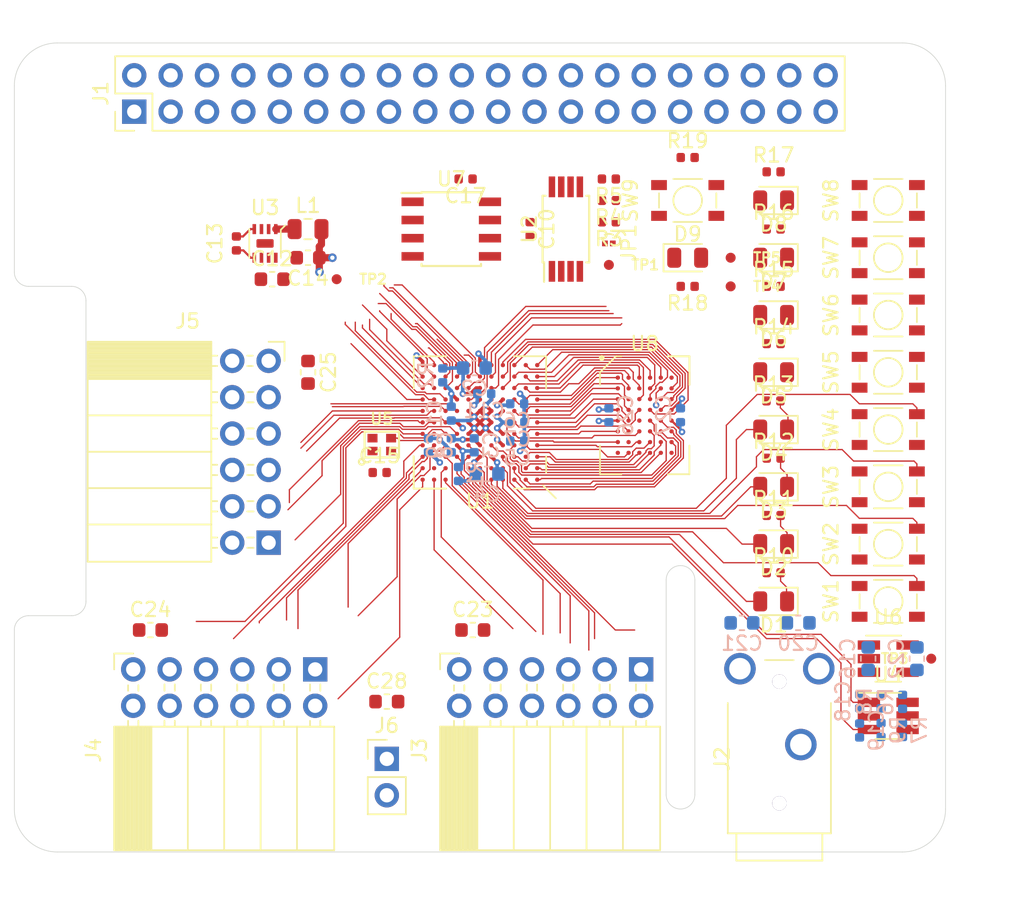
<source format=kicad_pcb>
(kicad_pcb (version 20171130) (host pcbnew 5.1.2+dfsg1-1)
  (layers (0 F.Cu signal) (1 In1.Cu power hide) (2 In2.Cu power) (31 B.Cu signal) (34 B.Paste user) (35 F.Paste user) (36 B.SilkS user hide) (37 F.SilkS user hide) (38 B.Mask user) (39 F.Mask user) (44 Edge.Cuts user))
  (net 0 "")
  (net 1 GND)
  (net 2 +1V2)
  (net 3 "Net-(C2-Pad2)")
  (net 4 "Net-(C2-Pad1)")
  (net 5 "Net-(C4-Pad2)")
  (net 6 "Net-(C4-Pad1)")
  (net 7 +3V3)
  (net 8 +5V)
  (net 9 "Net-(C13-Pad2)")
  (net 10 "Net-(C18-Pad1)")
  (net 11 "Net-(C19-Pad1)")
  (net 12 "Net-(C20-Pad1)")
  (net 13 "Net-(C21-Pad1)")
  (net 14 +3.3VDAC)
  (net 15 "Net-(D1-Pad1)")
  (net 16 /LED0)
  (net 17 /LED1)
  (net 18 "Net-(D2-Pad1)")
  (net 19 "Net-(D3-Pad1)")
  (net 20 /LED2)
  (net 21 /LED3)
  (net 22 "Net-(D4-Pad1)")
  (net 23 /LED4)
  (net 24 "Net-(D5-Pad1)")
  (net 25 "Net-(D6-Pad1)")
  (net 26 /LED5)
  (net 27 /LED6)
  (net 28 "Net-(D7-Pad1)")
  (net 29 "Net-(D8-Pad1)")
  (net 30 /LED7)
  (net 31 /GP13_FPGA_CDONE)
  (net 32 "Net-(J1-Pad3)")
  (net 33 "Net-(J1-Pad5)")
  (net 34 "Net-(J1-Pad7)")
  (net 35 /GP14_UART_TXD)
  (net 36 /GP15_UART_RXD)
  (net 37 "Net-(J1-Pad11)")
  (net 38 "Net-(J1-Pad12)")
  (net 39 /GP27_SDIO_DAT3)
  (net 40 /GP22_SDIO_CLK)
  (net 41 /GP23_SDIO_CMD)
  (net 42 /GP24_SDIO_DAT0)
  (net 43 /GP10_SPI_MOSI)
  (net 44 /GP9_SPI_MISO)
  (net 45 /GP25_SDIO_DAT1)
  (net 46 /GP11_SPI_SCK)
  (net 47 /GP8_SPI_~CS)
  (net 48 "Net-(J1-Pad26)")
  (net 49 /ID_SD)
  (net 50 /ID_SC)
  (net 51 "Net-(J1-Pad29)")
  (net 52 "Net-(J1-Pad31)")
  (net 53 /GP12_FPGA_~RST)
  (net 54 "Net-(J1-Pad35)")
  (net 55 "Net-(J1-Pad36)")
  (net 56 /GP26_SDIO_DAT2)
  (net 57 "Net-(J1-Pad38)")
  (net 58 "Net-(J1-Pad40)")
  (net 59 /IO0_0)
  (net 60 /IO0_1)
  (net 61 /IO0_2)
  (net 62 /IO0_3)
  (net 63 /IO0_4)
  (net 64 /IO0_5)
  (net 65 /IO0_6)
  (net 66 /IO0_7)
  (net 67 /IO1_7)
  (net 68 /IO1_6)
  (net 69 /IO1_5)
  (net 70 /IO1_4)
  (net 71 /IO1_3)
  (net 72 /IO1_2)
  (net 73 /IO1_1)
  (net 74 /IO1_0)
  (net 75 /IO2_0)
  (net 76 /IO2_1)
  (net 77 /IO2_2)
  (net 78 /IO2_3)
  (net 79 /IO2_4)
  (net 80 /IO2_5)
  (net 81 /IO2_6)
  (net 82 /IO2_7)
  (net 83 "Net-(JP1-Pad1)")
  (net 84 "Net-(L1-Pad1)")
  (net 85 "Net-(R6-Pad2)")
  (net 86 "Net-(R7-Pad2)")
  (net 87 /SW0)
  (net 88 /SW1)
  (net 89 /SW2)
  (net 90 /SW3)
  (net 91 /SW4)
  (net 92 /SW5)
  (net 93 /SW6)
  (net 94 /SW7)
  (net 95 /SRAM_DQ0)
  (net 96 /SRAM_DQ5)
  (net 97 /SRAM_DQ7)
  (net 98 /SRAM_DQ6)
  (net 99 /SRAM_DQ12)
  (net 100 /SRAM_A9)
  (net 101 /SRAM_A2)
  (net 102 /SRAM_A4)
  (net 103 /SRAM_A5)
  (net 104 /SRAM_A10)
  (net 105 /SRAM_DQ1)
  (net 106 /SRAM_DQ4)
  (net 107 /SRAM_DQ8)
  (net 108 /SRAM_DQ10)
  (net 109 /SRAM_DQ13)
  (net 110 /SRAM_DQ15)
  (net 111 /SRAM_A3)
  (net 112 /SRAM_A7)
  (net 113 /SRAM_A6)
  (net 114 /SRAM_A12)
  (net 115 /SRAM_DQ3)
  (net 116 /SRAM_DQ9)
  (net 117 /SRAM_DQ11)
  (net 118 /SRAM_A8)
  (net 119 /SRAM_A0)
  (net 120 /SRAM_A1)
  (net 121 /SRAM_A11)
  (net 122 /SRAM_A13)
  (net 123 /SRAM_A15)
  (net 124 /SRAM_DQ2)
  (net 125 /SRAM_DQ14)
  (net 126 /SRAM_A14)
  (net 127 /SRAM_A17)
  (net 128 /SRAM_A16)
  (net 129 /SRAM_~WE)
  (net 130 /SRAM_~OE)
  (net 131 /SRAM_~LB)
  (net 132 /SRAM_~UB)
  (net 133 /AUDIO_R_PWM)
  (net 134 "Net-(U1-PadB10)")
  (net 135 /CLK_OSC)
  (net 136 /AUDIO_L_PWM)
  (module fpga_hat:BGA-121_11x11_9.0x9.0mm (layer F.Cu) (at 132.5 106.5 180)
    (fp_text reference U1 (at 0 -5.5) (layer F.SilkS))
    (fp_text value iCE40-HX8k-BG121)
    (pad A1 smd circle (at -4 -4 180) (size 0.3 0.3) (layers F.Cu F.Paste F.Mask) (net 97 /SRAM_DQ7))
    (pad B1 smd circle (at -4 -3.2 180) (size 0.3 0.3) (layers F.Cu F.Paste F.Mask) (net 129 /SRAM_~WE))
    (pad C1 smd circle (at -4 -2.4 180) (size 0.3 0.3) (layers F.Cu F.Paste F.Mask) (net 100 /SRAM_A9))
    (pad D1 smd circle (at -4 -1.6 180) (size 0.3 0.3) (layers F.Cu F.Paste F.Mask) (net 114 /SRAM_A12))
    (pad E1 smd circle (at -4 -0.8 180) (size 0.3 0.3) (layers F.Cu F.Paste F.Mask) (net 125 /SRAM_DQ14))
    (pad F1 smd circle (at -4 0 180) (size 0.3 0.3) (layers F.Cu F.Paste F.Mask) (net 99 /SRAM_DQ12))
    (pad G1 smd circle (at -4 0.8 180) (size 0.3 0.3) (layers F.Cu F.Paste F.Mask) (net 107 /SRAM_DQ8))
    (pad H1 smd circle (at -4 1.6 180) (size 0.3 0.3) (layers F.Cu F.Paste F.Mask) (net 132 /SRAM_~UB))
    (pad J1 smd circle (at -4 2.4 180) (size 0.3 0.3) (layers F.Cu F.Paste F.Mask) (net 119 /SRAM_A0))
    (pad K1 smd circle (at -4 3.2 180) (size 0.3 0.3) (layers F.Cu F.Paste F.Mask) (net 102 /SRAM_A4))
    (pad L1 smd circle (at -4 4 180) (size 0.3 0.3) (layers F.Cu F.Paste F.Mask) (net 95 /SRAM_DQ0))
    (pad A2 smd circle (at -3.2 -4 180) (size 0.3 0.3) (layers F.Cu F.Paste F.Mask) (net 96 /SRAM_DQ5))
    (pad B2 smd circle (at -3.2 -3.2 180) (size 0.3 0.3) (layers F.Cu F.Paste F.Mask) (net 104 /SRAM_A10))
    (pad C2 smd circle (at -3.2 -2.4 180) (size 0.3 0.3) (layers F.Cu F.Paste F.Mask) (net 122 /SRAM_A13))
    (pad D2 smd circle (at -3.2 -1.6 180) (size 0.3 0.3) (layers F.Cu F.Paste F.Mask) (net 118 /SRAM_A8))
    (pad E2 smd circle (at -3.2 -0.8 180) (size 0.3 0.3) (layers F.Cu F.Paste F.Mask) (net 109 /SRAM_DQ13))
    (pad F2 smd circle (at -3.2 0 180) (size 0.3 0.3) (layers F.Cu F.Paste F.Mask) (net 116 /SRAM_DQ9))
    (pad G2 smd circle (at -3.2 0.8 180) (size 0.3 0.3) (layers F.Cu F.Paste F.Mask) (net 108 /SRAM_DQ10))
    (pad H2 smd circle (at -3.2 1.6 180) (size 0.3 0.3) (layers F.Cu F.Paste F.Mask) (net 130 /SRAM_~OE))
    (pad J2 smd circle (at -3.2 2.4 180) (size 0.3 0.3) (layers F.Cu F.Paste F.Mask) (net 111 /SRAM_A3))
    (pad K2 smd circle (at -3.2 3.2 180) (size 0.3 0.3) (layers F.Cu F.Paste F.Mask) (net 120 /SRAM_A1))
    (pad L2 smd circle (at -3.2 4 180) (size 0.3 0.3) (layers F.Cu F.Paste F.Mask) (net 113 /SRAM_A6))
    (pad A3 smd circle (at -2.4 -4 180) (size 0.3 0.3) (layers F.Cu F.Paste F.Mask) (net 106 /SRAM_DQ4))
    (pad B3 smd circle (at -2.4 -3.2 180) (size 0.3 0.3) (layers F.Cu F.Paste F.Mask) (net 98 /SRAM_DQ6))
    (pad C3 smd circle (at -2.4 -2.4 180) (size 0.3 0.3) (layers F.Cu F.Paste F.Mask) (net 123 /SRAM_A15))
    (pad D3 smd circle (at -2.4 -1.6 180) (size 0.3 0.3) (layers F.Cu F.Paste F.Mask) (net 121 /SRAM_A11))
    (pad E3 smd circle (at -2.4 -0.8 180) (size 0.3 0.3) (layers F.Cu F.Paste F.Mask) (net 126 /SRAM_A14))
    (pad F3 smd circle (at -2.4 0 180) (size 0.3 0.3) (layers F.Cu F.Paste F.Mask) (net 127 /SRAM_A17))
    (pad G3 smd circle (at -2.4 0.8 180) (size 0.3 0.3) (layers F.Cu F.Paste F.Mask) (net 117 /SRAM_DQ11))
    (pad H3 smd circle (at -2.4 1.6 180) (size 0.3 0.3) (layers F.Cu F.Paste F.Mask) (net 131 /SRAM_~LB))
    (pad J3 smd circle (at -2.4 2.4 180) (size 0.3 0.3) (layers F.Cu F.Paste F.Mask) (net 103 /SRAM_A5))
    (pad K3 smd circle (at -2.4 3.2 180) (size 0.3 0.3) (layers F.Cu F.Paste F.Mask) (net 101 /SRAM_A2))
    (pad L3 smd circle (at -2.4 4 180) (size 0.3 0.3) (layers F.Cu F.Paste F.Mask) (net 105 /SRAM_DQ1))
    (pad A4 smd circle (at -1.6 -4 180) (size 0.3 0.3) (layers F.Cu F.Paste F.Mask) (net 89 /SW2))
    (pad B4 smd circle (at -1.6 -3.2 180) (size 0.3 0.3) (layers F.Cu F.Paste F.Mask) (net 21 /LED3))
    (pad C4 smd circle (at -1.6 -2.4 180) (size 0.3 0.3) (layers F.Cu F.Paste F.Mask) (net 90 /SW3))
    (pad D4 smd circle (at -1.6 -1.6 180) (size 0.3 0.3) (layers F.Cu F.Paste F.Mask) (net 2 +1V2))
    (pad E4 smd circle (at -1.6 -0.8 180) (size 0.3 0.3) (layers F.Cu F.Paste F.Mask) (net 7 +3V3))
    (pad F4 smd circle (at -1.6 0 180) (size 0.3 0.3) (layers F.Cu F.Paste F.Mask) (net 110 /SRAM_DQ15))
    (pad G4 smd circle (at -1.6 0.8 180) (size 0.3 0.3) (layers F.Cu F.Paste F.Mask) (net 7 +3V3))
    (pad H4 smd circle (at -1.6 1.6 180) (size 0.3 0.3) (layers F.Cu F.Paste F.Mask) (net 2 +1V2))
    (pad J4 smd circle (at -1.6 2.4 180) (size 0.3 0.3) (layers F.Cu F.Paste F.Mask) (net 124 /SRAM_DQ2))
    (pad K4 smd circle (at -1.6 3.2 180) (size 0.3 0.3) (layers F.Cu F.Paste F.Mask) (net 115 /SRAM_DQ3))
    (pad L4 smd circle (at -1.6 4 180) (size 0.3 0.3) (layers F.Cu F.Paste F.Mask) (net 112 /SRAM_A7))
    (pad A5 smd circle (at -0.8 -4 180) (size 0.3 0.3) (layers F.Cu F.Paste F.Mask) (net 88 /SW1))
    (pad B5 smd circle (at -0.8 -3.2 180) (size 0.3 0.3) (layers F.Cu F.Paste F.Mask) (net 20 /LED2))
    (pad C5 smd circle (at -0.8 -2.4 180) (size 0.3 0.3) (layers F.Cu F.Paste F.Mask) (net 5 "Net-(C4-Pad2)"))
    (pad D5 smd circle (at -0.8 -1.6 180) (size 0.3 0.3) (layers F.Cu F.Paste F.Mask) (net 128 /SRAM_A16))
    (pad E5 smd circle (at -0.8 -0.8 180) (size 0.3 0.3) (layers F.Cu F.Paste F.Mask) (net 1 GND))
    (pad F5 smd circle (at -0.8 0 180) (size 0.3 0.3) (layers F.Cu F.Paste F.Mask) (net 1 GND))
    (pad G5 smd circle (at -0.8 0.8 180) (size 0.3 0.3) (layers F.Cu F.Paste F.Mask) (net 1 GND))
    (pad H5 smd circle (at -0.8 1.6 180) (size 0.3 0.3) (layers F.Cu F.Paste F.Mask) (net 1 GND))
    (pad J5 smd circle (at -0.8 2.4 180) (size 0.3 0.3) (layers F.Cu F.Paste F.Mask) (net 77 /IO2_2))
    (pad K5 smd circle (at -0.8 3.2 180) (size 0.3 0.3) (layers F.Cu F.Paste F.Mask) (net 67 /IO1_7))
    (pad L5 smd circle (at -0.8 4 180) (size 0.3 0.3) (layers F.Cu F.Paste F.Mask) (net 56 /GP26_SDIO_DAT2))
    (pad A6 smd circle (at 0 -4 180) (size 0.3 0.3) (layers F.Cu F.Paste F.Mask) (net 16 /LED0))
    (pad B6 smd circle (at 0 -3.2 180) (size 0.3 0.3) (layers F.Cu F.Paste F.Mask) (net 87 /SW0))
    (pad C6 smd circle (at 0 -2.4 180) (size 0.3 0.3) (layers F.Cu F.Paste F.Mask) (net 6 "Net-(C4-Pad1)"))
    (pad D6 smd circle (at 0 -1.6 180) (size 0.3 0.3) (layers F.Cu F.Paste F.Mask) (net 7 +3V3))
    (pad E6 smd circle (at 0 -0.8 180) (size 0.3 0.3) (layers F.Cu F.Paste F.Mask) (net 1 GND))
    (pad F6 smd circle (at 0 0 180) (size 0.3 0.3) (layers F.Cu F.Paste F.Mask) (net 1 GND))
    (pad G6 smd circle (at 0 0.8 180) (size 0.3 0.3) (layers F.Cu F.Paste F.Mask) (net 1 GND))
    (pad H6 smd circle (at 0 1.6 180) (size 0.3 0.3) (layers F.Cu F.Paste F.Mask) (net 7 +3V3))
    (pad J6 smd circle (at 0 2.4 180) (size 0.3 0.3) (layers F.Cu F.Paste F.Mask) (net 4 "Net-(C2-Pad1)"))
    (pad K6 smd circle (at 0 3.2 180) (size 0.3 0.3) (layers F.Cu F.Paste F.Mask) (net 39 /GP27_SDIO_DAT3))
    (pad L6 smd circle (at 0 4 180) (size 0.3 0.3) (layers F.Cu F.Paste F.Mask) (net 3 "Net-(C2-Pad2)"))
    (pad A7 smd circle (at 0.8 -4 180) (size 0.3 0.3) (layers F.Cu F.Paste F.Mask) (net 72 /IO1_2))
    (pad B7 smd circle (at 0.8 -3.2 180) (size 0.3 0.3) (layers F.Cu F.Paste F.Mask) (net 136 /AUDIO_L_PWM))
    (pad C7 smd circle (at 0.8 -2.4 180) (size 0.3 0.3) (layers F.Cu F.Paste F.Mask) (net 133 /AUDIO_R_PWM))
    (pad D7 smd circle (at 0.8 -1.6 180) (size 0.3 0.3) (layers F.Cu F.Paste F.Mask) (net 17 /LED1))
    (pad E7 smd circle (at 0.8 -0.8 180) (size 0.3 0.3) (layers F.Cu F.Paste F.Mask) (net 1 GND))
    (pad F7 smd circle (at 0.8 0 180) (size 0.3 0.3) (layers F.Cu F.Paste F.Mask) (net 1 GND))
    (pad G7 smd circle (at 0.8 0.8 180) (size 0.3 0.3) (layers F.Cu F.Paste F.Mask) (net 1 GND))
    (pad H7 smd circle (at 0.8 1.6 180) (size 0.3 0.3) (layers F.Cu F.Paste F.Mask) (net 79 /IO2_4))
    (pad J7 smd circle (at 0.8 2.4 180) (size 0.3 0.3) (layers F.Cu F.Paste F.Mask) (net 78 /IO2_3))
    (pad K7 smd circle (at 0.8 3.2 180) (size 0.3 0.3) (layers F.Cu F.Paste F.Mask) (net 73 /IO1_1))
    (pad L7 smd circle (at 0.8 4 180) (size 0.3 0.3) (layers F.Cu F.Paste F.Mask) (net 41 /GP23_SDIO_CMD))
    (pad A8 smd circle (at 1.6 -4 180) (size 0.3 0.3) (layers F.Cu F.Paste F.Mask) (net 74 /IO1_0))
    (pad B8 smd circle (at 1.6 -3.2 180) (size 0.3 0.3) (layers F.Cu F.Paste F.Mask) (net 63 /IO0_4))
    (pad C8 smd circle (at 1.6 -2.4 180) (size 0.3 0.3) (layers F.Cu F.Paste F.Mask) (net 65 /IO0_6))
    (pad D8 smd circle (at 1.6 -1.6 180) (size 0.3 0.3) (layers F.Cu F.Paste F.Mask) (net 2 +1V2))
    (pad E8 smd circle (at 1.6 -0.8 180) (size 0.3 0.3) (layers F.Cu F.Paste F.Mask) (net 76 /IO2_1))
    (pad F8 smd circle (at 1.6 0 180) (size 0.3 0.3) (layers F.Cu F.Paste F.Mask) (net 7 +3V3))
    (pad G8 smd circle (at 1.6 0.8 180) (size 0.3 0.3) (layers F.Cu F.Paste F.Mask) (net 75 /IO2_0))
    (pad H8 smd circle (at 1.6 1.6 180) (size 0.3 0.3) (layers F.Cu F.Paste F.Mask) (net 2 +1V2))
    (pad J8 smd circle (at 1.6 2.4 180) (size 0.3 0.3) (layers F.Cu F.Paste F.Mask) (net 40 /GP22_SDIO_CLK))
    (pad K8 smd circle (at 1.6 3.2 180) (size 0.3 0.3) (layers F.Cu F.Paste F.Mask) (net 31 /GP13_FPGA_CDONE))
    (pad L8 smd circle (at 1.6 4 180) (size 0.3 0.3) (layers F.Cu F.Paste F.Mask) (net 42 /GP24_SDIO_DAT0))
    (pad A9 smd circle (at 2.4 -4 180) (size 0.3 0.3) (layers F.Cu F.Paste F.Mask) (net 64 /IO0_5))
    (pad B9 smd circle (at 2.4 -3.2 180) (size 0.3 0.3) (layers F.Cu F.Paste F.Mask) (net 62 /IO0_3))
    (pad C9 smd circle (at 2.4 -2.4 180) (size 0.3 0.3) (layers F.Cu F.Paste F.Mask) (net 61 /IO0_2))
    (pad D9 smd circle (at 2.4 -1.6 180) (size 0.3 0.3) (layers F.Cu F.Paste F.Mask) (net 91 /SW4))
    (pad E9 smd circle (at 2.4 -0.8 180) (size 0.3 0.3) (layers F.Cu F.Paste F.Mask) (net 68 /IO1_6))
    (pad F9 smd circle (at 2.4 0 180) (size 0.3 0.3) (layers F.Cu F.Paste F.Mask) (net 70 /IO1_4))
    (pad G9 smd circle (at 2.4 0.8 180) (size 0.3 0.3) (layers F.Cu F.Paste F.Mask) (net 27 /LED6))
    (pad H9 smd circle (at 2.4 1.6 180) (size 0.3 0.3) (layers F.Cu F.Paste F.Mask) (net 45 /GP25_SDIO_DAT1))
    (pad J9 smd circle (at 2.4 2.4 180) (size 0.3 0.3) (layers F.Cu F.Paste F.Mask) (net 44 /GP9_SPI_MISO))
    (pad K9 smd circle (at 2.4 3.2 180) (size 0.3 0.3) (layers F.Cu F.Paste F.Mask) (net 43 /GP10_SPI_MOSI))
    (pad L9 smd circle (at 2.4 4 180) (size 0.3 0.3) (layers F.Cu F.Paste F.Mask) (net 53 /GP12_FPGA_~RST))
    (pad A10 smd circle (at 3.2 -4 180) (size 0.3 0.3) (layers F.Cu F.Paste F.Mask) (net 60 /IO0_1))
    (pad B10 smd circle (at 3.2 -3.2 180) (size 0.3 0.3) (layers F.Cu F.Paste F.Mask) (net 134 "Net-(U1-PadB10)"))
    (pad C10 smd circle (at 3.2 -2.4 180) (size 0.3 0.3) (layers F.Cu F.Paste F.Mask) (net 7 +3V3))
    (pad D10 smd circle (at 3.2 -1.6 180) (size 0.3 0.3) (layers F.Cu F.Paste F.Mask) (net 94 /SW7))
    (pad E10 smd circle (at 3.2 -0.8 180) (size 0.3 0.3) (layers F.Cu F.Paste F.Mask) (net 135 /CLK_OSC))
    (pad F10 smd circle (at 3.2 0 180) (size 0.3 0.3) (layers F.Cu F.Paste F.Mask) (net 81 /IO2_6))
    (pad G10 smd circle (at 3.2 0.8 180) (size 0.3 0.3) (layers F.Cu F.Paste F.Mask) (net 26 /LED5))
    (pad H10 smd circle (at 3.2 1.6 180) (size 0.3 0.3) (layers F.Cu F.Paste F.Mask) (net 66 /IO0_7))
    (pad J10 smd circle (at 3.2 2.4 180) (size 0.3 0.3) (layers F.Cu F.Paste F.Mask) (net 69 /IO1_5))
    (pad K10 smd circle (at 3.2 3.2 180) (size 0.3 0.3) (layers F.Cu F.Paste F.Mask) (net 47 /GP8_SPI_~CS))
    (pad L10 smd circle (at 3.2 4 180) (size 0.3 0.3) (layers F.Cu F.Paste F.Mask) (net 46 /GP11_SPI_SCK))
    (pad A11 smd circle (at 4 -4 180) (size 0.3 0.3) (layers F.Cu F.Paste F.Mask) (net 59 /IO0_0))
    (pad B11 smd circle (at 4 -3.2 180) (size 0.3 0.3) (layers F.Cu F.Paste F.Mask) (net 36 /GP15_UART_RXD))
    (pad C11 smd circle (at 4 -2.4 180) (size 0.3 0.3) (layers F.Cu F.Paste F.Mask) (net 35 /GP14_UART_TXD))
    (pad D11 smd circle (at 4 -1.6 180) (size 0.3 0.3) (layers F.Cu F.Paste F.Mask) (net 93 /SW6))
    (pad E11 smd circle (at 4 -0.8 180) (size 0.3 0.3) (layers F.Cu F.Paste F.Mask) (net 92 /SW5))
    (pad F11 smd circle (at 4 0 180) (size 0.3 0.3) (layers F.Cu F.Paste F.Mask) (net 80 /IO2_5))
    (pad G11 smd circle (at 4 0.8 180) (size 0.3 0.3) (layers F.Cu F.Paste F.Mask) (net 30 /LED7))
    (pad H11 smd circle (at 4 1.6 180) (size 0.3 0.3) (layers F.Cu F.Paste F.Mask) (net 23 /LED4))
    (pad J11 smd circle (at 4 2.4 180) (size 0.3 0.3) (layers F.Cu F.Paste F.Mask) (net 82 /IO2_7))
    (pad K11 smd circle (at 4 3.2 180) (size 0.3 0.3) (layers F.Cu F.Paste F.Mask) (net 71 /IO1_3))
    (pad L11 smd circle (at 4 4 180) (size 0.3 0.3) (layers F.Cu F.Paste F.Mask) (net 7 +3V3))
  )
  (module Capacitor_SMD:C_0402_1005Metric (layer B.Cu) (at 128.9 108.1 90)
    (fp_text reference C8 (at 0 1.17 90) (layer B.SilkS) (effects (justify mirror)))
    (fp_text value 100n)
    (pad 2 smd roundrect (at 0.485 0 90) (size 0.59 0.64) (layers B.Cu B.Paste B.Mask) (net 1 GND))
    (pad 1 smd roundrect (at -0.485 0 90) (size 0.59 0.64) (layers B.Cu B.Paste B.Mask) (net 7 +3V3))
  )
  (module fpga_hat:MOUNTHOLE_M2.5 (layer F.Cu) (at 161.5 83.5)
    (fp_text reference REF** hide)
    (fp_text value MOUNTHOLE_M2.5 hide)
    (pad "" np_thru_hole circle (at 0 0) (size 2.75 2.75) (drill 2.75) (layers *.Cu *.Mask) (thermal_gap 1.9))
  )
  (module fpga_hat:MOUNTHOLE_M2.5 (layer F.Cu) (at 161.5 133)
    (fp_text reference REF** hide)
    (fp_text value MOUNTHOLE_M2.5 hide)
    (pad "" np_thru_hole circle (at 0 0) (size 2.75 2.75) (drill 2.75) (layers *.Cu *.Mask) (thermal_gap 1.9))
  )
  (module fpga_hat:MOUNTHOLE_M2.5 (layer F.Cu) (at 103.5 133)
    (fp_text reference REF** hide)
    (fp_text value MOUNTHOLE_M2.5 hide)
    (pad "" np_thru_hole circle (at 0 0) (size 2.75 2.75) (drill 2.75) (layers *.Cu *.Mask) (thermal_gap 1.9))
  )
  (module fpga_hat:MOUNTHOLE_M2.5 (layer F.Cu) (at 103.5 83.5)
    (fp_text reference REF** hide)
    (fp_text value MOUNTHOLE_M2.5 hide)
    (pad "" np_thru_hole circle (at 0 0) (size 2.75 2.75) (drill 2.75) (layers *.Cu *.Mask) (thermal_gap 1.9))
  )
  (module Capacitor_SMD:C_0402_1005Metric (layer B.Cu) (at 130.5 105.885 270)
    (fp_text reference C1 (at 0 1.17 90) (layer B.SilkS) (effects (justify mirror)))
    (fp_text value 100n)
    (pad 2 smd roundrect (at 0.485 0 270) (size 0.59 0.64) (layers B.Cu B.Paste B.Mask) (net 1 GND))
    (pad 1 smd roundrect (at -0.485 0 270) (size 0.59 0.64) (layers B.Cu B.Paste B.Mask) (net 2 +1V2))
  )
  (module Capacitor_SMD:C_0603_1608Metric (layer B.Cu) (at 132.1125 102.7)
    (fp_text reference C2 (at 0 1.43) (layer B.SilkS) (effects (justify mirror)))
    (fp_text value 4u7)
    (pad 2 smd roundrect (at 0.7875 0) (size 0.875 0.95) (layers B.Cu B.Paste B.Mask) (net 3 "Net-(C2-Pad2)"))
    (pad 1 smd roundrect (at -0.7875 0) (size 0.875 0.95) (layers B.Cu B.Paste B.Mask) (net 4 "Net-(C2-Pad1)"))
  )
  (module Capacitor_SMD:C_0402_1005Metric (layer B.Cu) (at 132.1 108.1 90)
    (fp_text reference C3 (at 0 1.17 90) (layer B.SilkS) (effects (justify mirror)))
    (fp_text value 100n)
    (pad 1 smd roundrect (at -0.485 0 90) (size 0.59 0.64) (layers B.Cu B.Paste B.Mask) (net 2 +1V2))
    (pad 2 smd roundrect (at 0.485 0 90) (size 0.59 0.64) (layers B.Cu B.Paste B.Mask) (net 1 GND))
  )
  (module Capacitor_SMD:C_0603_1608Metric (layer B.Cu) (at 133 110.1)
    (fp_text reference C4 (at 0 1.43) (layer B.SilkS) (effects (justify mirror)))
    (fp_text value 4u7)
    (pad 1 smd roundrect (at -0.7875 0) (size 0.875 0.95) (layers B.Cu B.Paste B.Mask) (net 6 "Net-(C4-Pad1)"))
    (pad 2 smd roundrect (at 0.7875 0) (size 0.875 0.95) (layers B.Cu B.Paste B.Mask) (net 5 "Net-(C4-Pad2)"))
  )
  (module Capacitor_SMD:C_0402_1005Metric (layer B.Cu) (at 135.1 107.8)
    (fp_text reference C5 (at 0 1.17 180) (layer B.SilkS) (effects (justify mirror)))
    (fp_text value 100n)
    (pad 1 smd roundrect (at -0.485 0) (size 0.59 0.64) (layers B.Cu B.Paste B.Mask) (net 2 +1V2))
    (pad 2 smd roundrect (at 0.485 0) (size 0.59 0.64) (layers B.Cu B.Paste B.Mask) (net 1 GND))
  )
  (module Capacitor_SMD:C_0402_1005Metric (layer B.Cu) (at 135.1 105.2)
    (fp_text reference C6 (at 0 1.17) (layer B.SilkS) (effects (justify mirror)))
    (fp_text value 100n)
    (pad 2 smd roundrect (at 0.485 0) (size 0.59 0.64) (layers B.Cu B.Paste B.Mask) (net 1 GND))
    (pad 1 smd roundrect (at -0.485 0) (size 0.59 0.64) (layers B.Cu B.Paste B.Mask) (net 2 +1V2))
  )
  (module Capacitor_SMD:C_0402_1005Metric (layer B.Cu) (at 135.115 106.5)
    (fp_text reference C7 (at 0 1.17 180) (layer B.SilkS) (effects (justify mirror)))
    (fp_text value 100n)
    (pad 2 smd roundrect (at 0.485 0) (size 0.59 0.64) (layers B.Cu B.Paste B.Mask) (net 1 GND))
    (pad 1 smd roundrect (at -0.485 0) (size 0.59 0.64) (layers B.Cu B.Paste B.Mask) (net 7 +3V3))
  )
  (module Capacitor_SMD:C_0402_1005Metric (layer B.Cu) (at 130.5 108.1 270)
    (fp_text reference C9 (at 0 1.17 90) (layer B.SilkS) (effects (justify mirror)))
    (fp_text value 100n)
    (pad 2 smd roundrect (at 0.485 0 270) (size 0.59 0.64) (layers B.Cu B.Paste B.Mask) (net 1 GND))
    (pad 1 smd roundrect (at -0.485 0 270) (size 0.59 0.64) (layers B.Cu B.Paste B.Mask) (net 7 +3V3))
  )
  (module Capacitor_SMD:C_0402_1005Metric (layer F.Cu) (at 136 93 270)
    (fp_text reference C10 (at 0 -1.17 90) (layer F.SilkS))
    (fp_text value 100n)
    (pad 2 smd roundrect (at 0.485 0 270) (size 0.59 0.64) (layers F.Cu F.Paste F.Mask) (net 1 GND))
    (pad 1 smd roundrect (at -0.485 0 270) (size 0.59 0.64) (layers F.Cu F.Paste F.Mask) (net 7 +3V3))
  )
  (module Capacitor_SMD:C_0402_1005Metric (layer B.Cu) (at 132.8 104.5)
    (fp_text reference C11 (at 0 1.17) (layer B.SilkS) (effects (justify mirror)))
    (fp_text value 100n)
    (pad 1 smd roundrect (at -0.485 0) (size 0.59 0.64) (layers B.Cu B.Paste B.Mask) (net 7 +3V3))
    (pad 2 smd roundrect (at 0.485 0) (size 0.59 0.64) (layers B.Cu B.Paste B.Mask) (net 1 GND))
  )
  (module Capacitor_SMD:C_0603_1608Metric (layer F.Cu) (at 118 96.5)
    (fp_text reference C12 (at 0 -1.43) (layer F.SilkS))
    (fp_text value 4u7)
    (pad 2 smd roundrect (at 0.7875 0) (size 0.875 0.95) (layers F.Cu F.Paste F.Mask) (net 1 GND))
    (pad 1 smd roundrect (at -0.7875 0) (size 0.875 0.95) (layers F.Cu F.Paste F.Mask) (net 8 +5V))
  )
  (module Capacitor_SMD:C_0402_1005Metric (layer F.Cu) (at 115.5 94 270)
    (fp_text reference C13 (at 0 1.5 90) (layer F.SilkS))
    (fp_text value 560p)
    (pad 1 smd roundrect (at -0.485 0 270) (size 0.59 0.64) (layers F.Cu F.Paste F.Mask) (net 2 +1V2))
    (pad 2 smd roundrect (at 0.485 0 270) (size 0.59 0.64) (layers F.Cu F.Paste F.Mask) (net 9 "Net-(C13-Pad2)"))
  )
  (module Capacitor_SMD:C_0603_1608Metric (layer F.Cu) (at 120.5 95 180)
    (fp_text reference C14 (at 0 -1.43) (layer F.SilkS))
    (fp_text value 4u7)
    (pad 2 smd roundrect (at 0.7875 0 180) (size 0.875 0.95) (layers F.Cu F.Paste F.Mask) (net 1 GND))
    (pad 1 smd roundrect (at -0.7875 0 180) (size 0.875 0.95) (layers F.Cu F.Paste F.Mask) (net 2 +1V2))
  )
  (module Capacitor_SMD:C_0402_1005Metric (layer F.Cu) (at 125.5 110)
    (fp_text reference C15 (at 0 -1.17) (layer F.SilkS))
    (fp_text value 100n)
    (pad 2 smd roundrect (at 0.485 0) (size 0.59 0.64) (layers F.Cu F.Paste F.Mask) (net 1 GND))
    (pad 1 smd roundrect (at -0.485 0) (size 0.59 0.64) (layers F.Cu F.Paste F.Mask) (net 7 +3V3))
  )
  (module Capacitor_SMD:C_0603_1608Metric (layer B.Cu) (at 159.6 123 270)
    (fp_text reference C16 (at 0 1.43 90) (layer B.SilkS) (effects (justify mirror)))
    (fp_text value 1u)
    (pad 1 smd roundrect (at -0.7875 0 270) (size 0.875 0.95) (layers B.Cu B.Paste B.Mask) (net 8 +5V))
    (pad 2 smd roundrect (at 0.7875 0 270) (size 0.875 0.95) (layers B.Cu B.Paste B.Mask) (net 1 GND))
  )
  (module Capacitor_SMD:C_0402_1005Metric (layer F.Cu) (at 131.5 89.5 180)
    (fp_text reference C17 (at 0 -1.17) (layer F.SilkS))
    (fp_text value 100n)
    (pad 1 smd roundrect (at -0.485 0 180) (size 0.59 0.64) (layers F.Cu F.Paste F.Mask) (net 7 +3V3))
    (pad 2 smd roundrect (at 0.485 0 180) (size 0.59 0.64) (layers F.Cu F.Paste F.Mask) (net 1 GND))
  )
  (module Capacitor_SMD:C_0402_1005Metric (layer B.Cu) (at 159 125.985 270)
    (fp_text reference C18 (at 0 1.17 90) (layer B.SilkS) (effects (justify mirror)))
    (fp_text value 100n)
    (pad 1 smd roundrect (at -0.485 0 270) (size 0.59 0.64) (layers B.Cu B.Paste B.Mask) (net 10 "Net-(C18-Pad1)"))
    (pad 2 smd roundrect (at 0.485 0 270) (size 0.59 0.64) (layers B.Cu B.Paste B.Mask) (net 1 GND))
  )
  (module Capacitor_SMD:C_0402_1005Metric (layer B.Cu) (at 159 128.015 90)
    (fp_text reference C19 (at 0 1.17 90) (layer B.SilkS) (effects (justify mirror)))
    (fp_text value 100n)
    (pad 1 smd roundrect (at -0.485 0 90) (size 0.59 0.64) (layers B.Cu B.Paste B.Mask) (net 11 "Net-(C19-Pad1)"))
    (pad 2 smd roundrect (at 0.485 0 90) (size 0.59 0.64) (layers B.Cu B.Paste B.Mask) (net 1 GND))
  )
  (module Capacitor_SMD:C_0603_1608Metric (layer B.Cu) (at 154.7125 120.5)
    (fp_text reference C20 (at 0 1.43) (layer B.SilkS) (effects (justify mirror)))
    (fp_text value 4u7)
    (pad 1 smd roundrect (at -0.7875 0) (size 0.875 0.95) (layers B.Cu B.Paste B.Mask) (net 12 "Net-(C20-Pad1)"))
    (pad 2 smd roundrect (at 0.7875 0) (size 0.875 0.95) (layers B.Cu B.Paste B.Mask) (net 10 "Net-(C18-Pad1)"))
  )
  (module Capacitor_SMD:C_0603_1608Metric (layer B.Cu) (at 150.7875 120.5)
    (fp_text reference C21 (at 0 1.43) (layer B.SilkS) (effects (justify mirror)))
    (fp_text value 4u7)
    (pad 1 smd roundrect (at -0.7875 0) (size 0.875 0.95) (layers B.Cu B.Paste B.Mask) (net 13 "Net-(C21-Pad1)"))
    (pad 2 smd roundrect (at 0.7875 0) (size 0.875 0.95) (layers B.Cu B.Paste B.Mask) (net 11 "Net-(C19-Pad1)"))
  )
  (module Capacitor_SMD:C_0603_1608Metric (layer B.Cu) (at 163 123 270)
    (fp_text reference C22 (at 0 1.43 90) (layer B.SilkS) (effects (justify mirror)))
    (fp_text value 1u)
    (pad 2 smd roundrect (at 0.7875 0 270) (size 0.875 0.95) (layers B.Cu B.Paste B.Mask) (net 1 GND))
    (pad 1 smd roundrect (at -0.7875 0 270) (size 0.875 0.95) (layers B.Cu B.Paste B.Mask) (net 14 +3.3VDAC))
  )
  (module Capacitor_SMD:C_0603_1608Metric (layer F.Cu) (at 132 121)
    (fp_text reference C23 (at 0 -1.43) (layer F.SilkS))
    (fp_text value 1u)
    (pad 2 smd roundrect (at 0.7875 0) (size 0.875 0.95) (layers F.Cu F.Paste F.Mask) (net 1 GND))
    (pad 1 smd roundrect (at -0.7875 0) (size 0.875 0.95) (layers F.Cu F.Paste F.Mask) (net 7 +3V3))
  )
  (module Capacitor_SMD:C_0603_1608Metric (layer F.Cu) (at 109.5 121)
    (fp_text reference C24 (at 0 -1.43) (layer F.SilkS))
    (fp_text value 1u)
    (pad 1 smd roundrect (at -0.7875 0) (size 0.875 0.95) (layers F.Cu F.Paste F.Mask) (net 7 +3V3))
    (pad 2 smd roundrect (at 0.7875 0) (size 0.875 0.95) (layers F.Cu F.Paste F.Mask) (net 1 GND))
  )
  (module Capacitor_SMD:C_0603_1608Metric (layer F.Cu) (at 120.5 103 270)
    (fp_text reference C25 (at 0 -1.43 90) (layer F.SilkS))
    (fp_text value 1u)
    (pad 2 smd roundrect (at 0.7875 0 270) (size 0.875 0.95) (layers F.Cu F.Paste F.Mask) (net 1 GND))
    (pad 1 smd roundrect (at -0.7875 0 270) (size 0.875 0.95) (layers F.Cu F.Paste F.Mask) (net 7 +3V3))
  )
  (module Capacitor_SMD:C_0402_1005Metric (layer B.Cu) (at 141.5 106 90)
    (fp_text reference C26 (at 0 1.17 270) (layer B.SilkS) (effects (justify mirror)))
    (fp_text value 100n)
    (pad 1 smd roundrect (at -0.485 0 90) (size 0.59 0.64) (layers B.Cu B.Paste B.Mask) (net 7 +3V3))
    (pad 2 smd roundrect (at 0.485 0 90) (size 0.59 0.64) (layers B.Cu B.Paste B.Mask) (net 1 GND))
  )
  (module Capacitor_SMD:C_0402_1005Metric (layer B.Cu) (at 146.5 106 270)
    (fp_text reference C27 (at 0 1.17 270) (layer B.SilkS) (effects (justify mirror)))
    (fp_text value 100n)
    (pad 2 smd roundrect (at 0.485 0 270) (size 0.59 0.64) (layers B.Cu B.Paste B.Mask) (net 1 GND))
    (pad 1 smd roundrect (at -0.485 0 270) (size 0.59 0.64) (layers B.Cu B.Paste B.Mask) (net 7 +3V3))
  )
  (module Capacitor_SMD:C_0603_1608Metric (layer F.Cu) (at 126 126)
    (fp_text reference C28 (at 0 -1.43) (layer F.SilkS))
    (fp_text value 1u)
    (pad 1 smd roundrect (at -0.7875 0) (size 0.875 0.95) (layers F.Cu F.Paste F.Mask) (net 8 +5V))
    (pad 2 smd roundrect (at 0.7875 0) (size 0.875 0.95) (layers F.Cu F.Paste F.Mask) (net 1 GND))
  )
  (module LED_SMD:LED_0805_2012Metric (layer F.Cu) (at 153 119 180)
    (fp_text reference D1 (at 0 -1.65) (layer F.SilkS))
    (fp_text value LED)
    (pad 1 smd roundrect (at -0.9375 0 180) (size 0.975 1.4) (layers F.Cu F.Paste F.Mask) (net 15 "Net-(D1-Pad1)"))
    (pad 2 smd roundrect (at 0.9375 0 180) (size 0.975 1.4) (layers F.Cu F.Paste F.Mask) (net 16 /LED0))
  )
  (module LED_SMD:LED_0805_2012Metric (layer F.Cu) (at 153 115 180)
    (fp_text reference D2 (at 0 -1.65) (layer F.SilkS))
    (fp_text value LED)
    (pad 1 smd roundrect (at -0.9375 0 180) (size 0.975 1.4) (layers F.Cu F.Paste F.Mask) (net 18 "Net-(D2-Pad1)"))
    (pad 2 smd roundrect (at 0.9375 0 180) (size 0.975 1.4) (layers F.Cu F.Paste F.Mask) (net 17 /LED1))
  )
  (module LED_SMD:LED_0805_2012Metric (layer F.Cu) (at 153 111 180)
    (fp_text reference D3 (at 0 -1.65) (layer F.SilkS))
    (fp_text value LED)
    (pad 2 smd roundrect (at 0.9375 0 180) (size 0.975 1.4) (layers F.Cu F.Paste F.Mask) (net 20 /LED2))
    (pad 1 smd roundrect (at -0.9375 0 180) (size 0.975 1.4) (layers F.Cu F.Paste F.Mask) (net 19 "Net-(D3-Pad1)"))
  )
  (module LED_SMD:LED_0805_2012Metric (layer F.Cu) (at 153 107 180)
    (fp_text reference D4 (at 0 -1.65) (layer F.SilkS))
    (fp_text value LED)
    (pad 1 smd roundrect (at -0.9375 0 180) (size 0.975 1.4) (layers F.Cu F.Paste F.Mask) (net 22 "Net-(D4-Pad1)"))
    (pad 2 smd roundrect (at 0.9375 0 180) (size 0.975 1.4) (layers F.Cu F.Paste F.Mask) (net 21 /LED3))
  )
  (module LED_SMD:LED_0805_2012Metric (layer F.Cu) (at 153 103 180)
    (fp_text reference D5 (at 0 -1.65) (layer F.SilkS))
    (fp_text value LED)
    (pad 2 smd roundrect (at 0.9375 0 180) (size 0.975 1.4) (layers F.Cu F.Paste F.Mask) (net 23 /LED4))
    (pad 1 smd roundrect (at -0.9375 0 180) (size 0.975 1.4) (layers F.Cu F.Paste F.Mask) (net 24 "Net-(D5-Pad1)"))
  )
  (module LED_SMD:LED_0805_2012Metric (layer F.Cu) (at 153 99 180)
    (fp_text reference D6 (at 0 -1.65) (layer F.SilkS))
    (fp_text value LED)
    (pad 1 smd roundrect (at -0.9375 0 180) (size 0.975 1.4) (layers F.Cu F.Paste F.Mask) (net 25 "Net-(D6-Pad1)"))
    (pad 2 smd roundrect (at 0.9375 0 180) (size 0.975 1.4) (layers F.Cu F.Paste F.Mask) (net 26 /LED5))
  )
  (module LED_SMD:LED_0805_2012Metric (layer F.Cu) (at 153 95 180)
    (fp_text reference D7 (at 0 -1.65) (layer F.SilkS))
    (fp_text value LED)
    (pad 2 smd roundrect (at 0.9375 0 180) (size 0.975 1.4) (layers F.Cu F.Paste F.Mask) (net 27 /LED6))
    (pad 1 smd roundrect (at -0.9375 0 180) (size 0.975 1.4) (layers F.Cu F.Paste F.Mask) (net 28 "Net-(D7-Pad1)"))
  )
  (module LED_SMD:LED_0805_2012Metric (layer F.Cu) (at 153 91 180)
    (fp_text reference D8 (at 0 -1.65) (layer F.SilkS))
    (fp_text value LED)
    (pad 1 smd roundrect (at -0.9375 0 180) (size 0.975 1.4) (layers F.Cu F.Paste F.Mask) (net 29 "Net-(D8-Pad1)"))
    (pad 2 smd roundrect (at 0.9375 0 180) (size 0.975 1.4) (layers F.Cu F.Paste F.Mask) (net 30 /LED7))
  )
  (module LED_SMD:LED_0805_2012Metric (layer F.Cu) (at 147 95)
    (fp_text reference D9 (at 0 -1.65) (layer F.SilkS))
    (fp_text value LED)
    (pad 2 smd roundrect (at 0.9375 0) (size 0.975 1.4) (layers F.Cu F.Paste F.Mask) (net 31 /GP13_FPGA_CDONE))
    (pad 1 smd roundrect (at -0.9375 0) (size 0.975 1.4) (layers F.Cu F.Paste F.Mask) (net 1 GND))
  )
  (module Connector_PinHeader_2.54mm:PinHeader_2x20_P2.54mm_Vertical (layer F.Cu) (at 108.37 84.8 90)
    (fp_text reference J1 (at 1.27 -2.33 90) (layer F.SilkS))
    (fp_text value 2x20)
    (pad 1 thru_hole rect (at 0 0 90) (size 1.7 1.7) (drill 1) (layers *.Cu *.Mask) (net 7 +3V3))
    (pad 2 thru_hole oval (at 2.54 0 90) (size 1.7 1.7) (drill 1) (layers *.Cu *.Mask) (net 8 +5V))
    (pad 3 thru_hole oval (at 0 2.54 90) (size 1.7 1.7) (drill 1) (layers *.Cu *.Mask) (net 32 "Net-(J1-Pad3)"))
    (pad 4 thru_hole oval (at 2.54 2.54 90) (size 1.7 1.7) (drill 1) (layers *.Cu *.Mask) (net 8 +5V))
    (pad 5 thru_hole oval (at 0 5.08 90) (size 1.7 1.7) (drill 1) (layers *.Cu *.Mask) (net 33 "Net-(J1-Pad5)"))
    (pad 6 thru_hole oval (at 2.54 5.08 90) (size 1.7 1.7) (drill 1) (layers *.Cu *.Mask) (net 1 GND))
    (pad 7 thru_hole oval (at 0 7.62 90) (size 1.7 1.7) (drill 1) (layers *.Cu *.Mask) (net 34 "Net-(J1-Pad7)"))
    (pad 8 thru_hole oval (at 2.54 7.62 90) (size 1.7 1.7) (drill 1) (layers *.Cu *.Mask) (net 35 /GP14_UART_TXD))
    (pad 9 thru_hole oval (at 0 10.16 90) (size 1.7 1.7) (drill 1) (layers *.Cu *.Mask) (net 1 GND))
    (pad 10 thru_hole oval (at 2.54 10.16 90) (size 1.7 1.7) (drill 1) (layers *.Cu *.Mask) (net 36 /GP15_UART_RXD))
    (pad 11 thru_hole oval (at 0 12.7 90) (size 1.7 1.7) (drill 1) (layers *.Cu *.Mask) (net 37 "Net-(J1-Pad11)"))
    (pad 12 thru_hole oval (at 2.54 12.7 90) (size 1.7 1.7) (drill 1) (layers *.Cu *.Mask) (net 38 "Net-(J1-Pad12)"))
    (pad 13 thru_hole oval (at 0 15.24 90) (size 1.7 1.7) (drill 1) (layers *.Cu *.Mask) (net 39 /GP27_SDIO_DAT3))
    (pad 14 thru_hole oval (at 2.54 15.24 90) (size 1.7 1.7) (drill 1) (layers *.Cu *.Mask) (net 1 GND))
    (pad 15 thru_hole oval (at 0 17.78 90) (size 1.7 1.7) (drill 1) (layers *.Cu *.Mask) (net 40 /GP22_SDIO_CLK))
    (pad 16 thru_hole oval (at 2.54 17.78 90) (size 1.7 1.7) (drill 1) (layers *.Cu *.Mask) (net 41 /GP23_SDIO_CMD))
    (pad 17 thru_hole oval (at 0 20.32 90) (size 1.7 1.7) (drill 1) (layers *.Cu *.Mask) (net 7 +3V3))
    (pad 18 thru_hole oval (at 2.54 20.32 90) (size 1.7 1.7) (drill 1) (layers *.Cu *.Mask) (net 42 /GP24_SDIO_DAT0))
    (pad 19 thru_hole oval (at 0 22.86 90) (size 1.7 1.7) (drill 1) (layers *.Cu *.Mask) (net 43 /GP10_SPI_MOSI))
    (pad 20 thru_hole oval (at 2.54 22.86 90) (size 1.7 1.7) (drill 1) (layers *.Cu *.Mask) (net 1 GND))
    (pad 21 thru_hole oval (at 0 25.4 90) (size 1.7 1.7) (drill 1) (layers *.Cu *.Mask) (net 44 /GP9_SPI_MISO))
    (pad 22 thru_hole oval (at 2.54 25.4 90) (size 1.7 1.7) (drill 1) (layers *.Cu *.Mask) (net 45 /GP25_SDIO_DAT1))
    (pad 23 thru_hole oval (at 0 27.94 90) (size 1.7 1.7) (drill 1) (layers *.Cu *.Mask) (net 46 /GP11_SPI_SCK))
    (pad 24 thru_hole oval (at 2.54 27.94 90) (size 1.7 1.7) (drill 1) (layers *.Cu *.Mask) (net 47 /GP8_SPI_~CS))
    (pad 25 thru_hole oval (at 0 30.48 90) (size 1.7 1.7) (drill 1) (layers *.Cu *.Mask) (net 1 GND))
    (pad 26 thru_hole oval (at 2.54 30.48 90) (size 1.7 1.7) (drill 1) (layers *.Cu *.Mask) (net 48 "Net-(J1-Pad26)"))
    (pad 27 thru_hole oval (at 0 33.02 90) (size 1.7 1.7) (drill 1) (layers *.Cu *.Mask) (net 49 /ID_SD))
    (pad 28 thru_hole oval (at 2.54 33.02 90) (size 1.7 1.7) (drill 1) (layers *.Cu *.Mask) (net 50 /ID_SC))
    (pad 29 thru_hole oval (at 0 35.56 90) (size 1.7 1.7) (drill 1) (layers *.Cu *.Mask) (net 51 "Net-(J1-Pad29)"))
    (pad 30 thru_hole oval (at 2.54 35.56 90) (size 1.7 1.7) (drill 1) (layers *.Cu *.Mask) (net 1 GND))
    (pad 31 thru_hole oval (at 0 38.1 90) (size 1.7 1.7) (drill 1) (layers *.Cu *.Mask) (net 52 "Net-(J1-Pad31)"))
    (pad 32 thru_hole oval (at 2.54 38.1 90) (size 1.7 1.7) (drill 1) (layers *.Cu *.Mask) (net 53 /GP12_FPGA_~RST))
    (pad 33 thru_hole oval (at 0 40.64 90) (size 1.7 1.7) (drill 1) (layers *.Cu *.Mask) (net 31 /GP13_FPGA_CDONE))
    (pad 34 thru_hole oval (at 2.54 40.64 90) (size 1.7 1.7) (drill 1) (layers *.Cu *.Mask) (net 1 GND))
    (pad 35 thru_hole oval (at 0 43.18 90) (size 1.7 1.7) (drill 1) (layers *.Cu *.Mask) (net 54 "Net-(J1-Pad35)"))
    (pad 36 thru_hole oval (at 2.54 43.18 90) (size 1.7 1.7) (drill 1) (layers *.Cu *.Mask) (net 55 "Net-(J1-Pad36)"))
    (pad 37 thru_hole oval (at 0 45.72 90) (size 1.7 1.7) (drill 1) (layers *.Cu *.Mask) (net 56 /GP26_SDIO_DAT2))
    (pad 38 thru_hole oval (at 2.54 45.72 90) (size 1.7 1.7) (drill 1) (layers *.Cu *.Mask) (net 57 "Net-(J1-Pad38)"))
    (pad 39 thru_hole oval (at 0 48.26 90) (size 1.7 1.7) (drill 1) (layers *.Cu *.Mask) (net 1 GND))
    (pad 40 thru_hole oval (at 2.54 48.26 90) (size 1.7 1.7) (drill 1) (layers *.Cu *.Mask) (net 58 "Net-(J1-Pad40)"))
  )
  (module fpga_hat:STX-3000_TRS_3.5mm (layer F.Cu) (at 153.4 129 90)
    (fp_text reference J2 (at -1 -4 90) (layer F.SilkS))
    (fp_text value AudioJack3)
    (pad ~ thru_hole circle (at -4.1 0 90) (size 1 1) (drill 1) (layers *.Cu *.Mask))
    (pad ~ thru_hole circle (at 4.4 0 90) (size 1 1) (drill 1) (layers *.Cu *.Mask))
    (pad S thru_hole circle (at 0 1.5 90) (size 2.2 2.2) (drill 1.5) (layers *.Cu *.Mask) (net 1 GND))
    (pad R thru_hole circle (at 5.3 -2.75 90) (size 2.2 2.2) (drill 1.5) (layers *.Cu *.Mask) (net 13 "Net-(C21-Pad1)"))
    (pad T thru_hole circle (at 5.3 2.75 90) (size 2.2 2.2) (drill 1.5) (layers *.Cu *.Mask) (net 12 "Net-(C20-Pad1)"))
  )
  (module fpga_hat:PinSocket_2x06_P2.54mm_Horizontal (layer F.Cu) (at 143.75 123.75 90)
    (fp_text reference J3 (at -5.65 -15.47 90) (layer F.SilkS))
    (fp_text value Conn_02x06_Top_Bottom)
    (pad 6 thru_hole circle (at 0 -12.7 90) (size 1.7 1.7) (drill 1) (layers *.Cu *.Mask) (net 7 +3V3))
    (pad 12 thru_hole oval (at -2.54 -12.7 90) (size 1.7 1.7) (drill 1) (layers *.Cu *.Mask) (net 7 +3V3))
    (pad 5 thru_hole oval (at 0 -10.16 90) (size 1.7 1.7) (drill 1) (layers *.Cu *.Mask) (net 1 GND))
    (pad 11 thru_hole oval (at -2.54 -10.16 90) (size 1.7 1.7) (drill 1) (layers *.Cu *.Mask) (net 1 GND))
    (pad 4 thru_hole oval (at 0 -7.62 90) (size 1.7 1.7) (drill 1) (layers *.Cu *.Mask) (net 62 /IO0_3))
    (pad 10 thru_hole oval (at -2.54 -7.62 90) (size 1.7 1.7) (drill 1) (layers *.Cu *.Mask) (net 66 /IO0_7))
    (pad 3 thru_hole oval (at 0 -5.08 90) (size 1.7 1.7) (drill 1) (layers *.Cu *.Mask) (net 61 /IO0_2))
    (pad 9 thru_hole oval (at -2.54 -5.08 90) (size 1.7 1.7) (drill 1) (layers *.Cu *.Mask) (net 65 /IO0_6))
    (pad 2 thru_hole oval (at 0 -2.54 90) (size 1.7 1.7) (drill 1) (layers *.Cu *.Mask) (net 60 /IO0_1))
    (pad 8 thru_hole oval (at -2.54 -2.54 90) (size 1.7 1.7) (drill 1) (layers *.Cu *.Mask) (net 64 /IO0_5))
    (pad 1 thru_hole rect (at 0 0 90) (size 1.7 1.7) (drill 1) (layers *.Cu *.Mask) (net 59 /IO0_0))
    (pad 7 thru_hole oval (at -2.54 0 90) (size 1.7 1.7) (drill 1) (layers *.Cu *.Mask) (net 63 /IO0_4))
  )
  (module fpga_hat:PinSocket_2x06_P2.54mm_Horizontal (layer F.Cu) (at 121 123.75 90)
    (fp_text reference J4 (at -5.65 -15.47 90) (layer F.SilkS))
    (fp_text value Conn_02x06_Top_Bottom)
    (pad 7 thru_hole oval (at -2.54 0 90) (size 1.7 1.7) (drill 1) (layers *.Cu *.Mask) (net 70 /IO1_4))
    (pad 1 thru_hole rect (at 0 0 90) (size 1.7 1.7) (drill 1) (layers *.Cu *.Mask) (net 74 /IO1_0))
    (pad 8 thru_hole oval (at -2.54 -2.54 90) (size 1.7 1.7) (drill 1) (layers *.Cu *.Mask) (net 69 /IO1_5))
    (pad 2 thru_hole oval (at 0 -2.54 90) (size 1.7 1.7) (drill 1) (layers *.Cu *.Mask) (net 73 /IO1_1))
    (pad 9 thru_hole oval (at -2.54 -5.08 90) (size 1.7 1.7) (drill 1) (layers *.Cu *.Mask) (net 68 /IO1_6))
    (pad 3 thru_hole oval (at 0 -5.08 90) (size 1.7 1.7) (drill 1) (layers *.Cu *.Mask) (net 72 /IO1_2))
    (pad 10 thru_hole oval (at -2.54 -7.62 90) (size 1.7 1.7) (drill 1) (layers *.Cu *.Mask) (net 67 /IO1_7))
    (pad 4 thru_hole oval (at 0 -7.62 90) (size 1.7 1.7) (drill 1) (layers *.Cu *.Mask) (net 71 /IO1_3))
    (pad 11 thru_hole oval (at -2.54 -10.16 90) (size 1.7 1.7) (drill 1) (layers *.Cu *.Mask) (net 1 GND))
    (pad 5 thru_hole oval (at 0 -10.16 90) (size 1.7 1.7) (drill 1) (layers *.Cu *.Mask) (net 1 GND))
    (pad 12 thru_hole oval (at -2.54 -12.7 90) (size 1.7 1.7) (drill 1) (layers *.Cu *.Mask) (net 7 +3V3))
    (pad 6 thru_hole circle (at 0 -12.7 90) (size 1.7 1.7) (drill 1) (layers *.Cu *.Mask) (net 7 +3V3))
  )
  (module fpga_hat:PinSocket_2x06_P2.54mm_Horizontal (layer F.Cu) (at 117.75 114.9)
    (fp_text reference J5 (at -5.65 -15.47) (layer F.SilkS))
    (fp_text value Conn_02x06_Top_Bottom)
    (pad 6 thru_hole circle (at 0 -12.7) (size 1.7 1.7) (drill 1) (layers *.Cu *.Mask) (net 7 +3V3))
    (pad 12 thru_hole oval (at -2.54 -12.7) (size 1.7 1.7) (drill 1) (layers *.Cu *.Mask) (net 7 +3V3))
    (pad 5 thru_hole oval (at 0 -10.16) (size 1.7 1.7) (drill 1) (layers *.Cu *.Mask) (net 1 GND))
    (pad 11 thru_hole oval (at -2.54 -10.16) (size 1.7 1.7) (drill 1) (layers *.Cu *.Mask) (net 1 GND))
    (pad 4 thru_hole oval (at 0 -7.62) (size 1.7 1.7) (drill 1) (layers *.Cu *.Mask) (net 78 /IO2_3))
    (pad 10 thru_hole oval (at -2.54 -7.62) (size 1.7 1.7) (drill 1) (layers *.Cu *.Mask) (net 82 /IO2_7))
    (pad 3 thru_hole oval (at 0 -5.08) (size 1.7 1.7) (drill 1) (layers *.Cu *.Mask) (net 77 /IO2_2))
    (pad 9 thru_hole oval (at -2.54 -5.08) (size 1.7 1.7) (drill 1) (layers *.Cu *.Mask) (net 81 /IO2_6))
    (pad 2 thru_hole oval (at 0 -2.54) (size 1.7 1.7) (drill 1) (layers *.Cu *.Mask) (net 76 /IO2_1))
    (pad 8 thru_hole oval (at -2.54 -2.54) (size 1.7 1.7) (drill 1) (layers *.Cu *.Mask) (net 80 /IO2_5))
    (pad 1 thru_hole rect (at 0 0) (size 1.7 1.7) (drill 1) (layers *.Cu *.Mask) (net 75 /IO2_0))
    (pad 7 thru_hole oval (at -2.54 0) (size 1.7 1.7) (drill 1) (layers *.Cu *.Mask) (net 79 /IO2_4))
  )
  (module Connector_PinHeader_2.54mm:PinHeader_1x02_P2.54mm_Vertical (layer F.Cu) (at 126 130)
    (fp_text reference J6 (at 0 -2.33) (layer F.SilkS))
    (fp_text value Conn_01x02)
    (pad 1 thru_hole rect (at 0 0) (size 1.7 1.7) (drill 1) (layers *.Cu *.Mask) (net 8 +5V))
    (pad 2 thru_hole oval (at 0 2.54) (size 1.7 1.7) (drill 1) (layers *.Cu *.Mask) (net 1 GND))
  )
  (module fpga_hat:SOLDER_JUMP (layer F.Cu) (at 141.5 94 90)
    (fp_text reference JP1 (at 0 1.4 90) (layer F.SilkS))
    (fp_text value "Solder jumper")
    (pad 1 smd rect (at 0 -0.275 90) (size 0.4 0.4) (layers F.Cu F.Paste F.Mask) (net 83 "Net-(JP1-Pad1)"))
    (pad 2 smd rect (at 0 0.275 90) (size 0.4 0.4) (layers F.Cu F.Paste F.Mask) (net 1 GND))
  )
  (module Inductor_SMD:L_0805_2012Metric (layer F.Cu) (at 120.5 93)
    (fp_text reference L1 (at 0 -1.65) (layer F.SilkS))
    (fp_text value 1u)
    (pad 1 smd roundrect (at -0.9375 0) (size 0.975 1.4) (layers F.Cu F.Paste F.Mask) (net 84 "Net-(L1-Pad1)"))
    (pad 2 smd roundrect (at 0.9375 0) (size 0.975 1.4) (layers F.Cu F.Paste F.Mask) (net 2 +1V2))
  )
  (module Resistor_SMD:R_0402_1005Metric (layer B.Cu) (at 131 110.1 90)
    (fp_text reference R1 (at 0 1.17 90) (layer B.SilkS) (effects (justify mirror)))
    (fp_text value 100)
    (pad 1 smd roundrect (at -0.485 0 90) (size 0.59 0.64) (layers B.Cu B.Paste B.Mask) (net 6 "Net-(C4-Pad1)"))
    (pad 2 smd roundrect (at 0.485 0 90) (size 0.59 0.64) (layers B.Cu B.Paste B.Mask) (net 2 +1V2))
  )
  (module Resistor_SMD:R_0402_1005Metric (layer B.Cu) (at 129.9 103.215 270)
    (fp_text reference R2 (at 0 1.17 90) (layer B.SilkS) (effects (justify mirror)))
    (fp_text value 100)
    (pad 2 smd roundrect (at 0.485 0 270) (size 0.59 0.64) (layers B.Cu B.Paste B.Mask) (net 2 +1V2))
    (pad 1 smd roundrect (at -0.485 0 270) (size 0.59 0.64) (layers B.Cu B.Paste B.Mask) (net 4 "Net-(C2-Pad1)"))
  )
  (module Resistor_SMD:R_0402_1005Metric (layer F.Cu) (at 141.5 92.5 180)
    (fp_text reference R3 (at 0 -1.17) (layer F.SilkS))
    (fp_text value 470)
    (pad 1 smd roundrect (at -0.485 0 180) (size 0.59 0.64) (layers F.Cu F.Paste F.Mask) (net 7 +3V3))
    (pad 2 smd roundrect (at 0.485 0 180) (size 0.59 0.64) (layers F.Cu F.Paste F.Mask) (net 83 "Net-(JP1-Pad1)"))
  )
  (module Resistor_SMD:R_0402_1005Metric (layer F.Cu) (at 141.5 91 180)
    (fp_text reference R4 (at 0 -1.17) (layer F.SilkS))
    (fp_text value 4k7)
    (pad 1 smd roundrect (at -0.485 0 180) (size 0.59 0.64) (layers F.Cu F.Paste F.Mask) (net 7 +3V3))
    (pad 2 smd roundrect (at 0.485 0 180) (size 0.59 0.64) (layers F.Cu F.Paste F.Mask) (net 50 /ID_SC))
  )
  (module Resistor_SMD:R_0402_1005Metric (layer F.Cu) (at 141.5 89.5 180)
    (fp_text reference R5 (at 0 -1.17) (layer F.SilkS))
    (fp_text value 4k7)
    (pad 2 smd roundrect (at 0.485 0 180) (size 0.59 0.64) (layers F.Cu F.Paste F.Mask) (net 50 /ID_SC))
    (pad 1 smd roundrect (at -0.485 0 180) (size 0.59 0.64) (layers F.Cu F.Paste F.Mask) (net 7 +3V3))
  )
  (module Resistor_SMD:R_0402_1005Metric (layer B.Cu) (at 162 126.015 270)
    (fp_text reference R6 (at 0 1.17 90) (layer B.SilkS) (effects (justify mirror)))
    (fp_text value 220)
    (pad 2 smd roundrect (at 0.485 0 270) (size 0.59 0.64) (layers B.Cu B.Paste B.Mask) (net 85 "Net-(R6-Pad2)"))
    (pad 1 smd roundrect (at -0.485 0 270) (size 0.59 0.64) (layers B.Cu B.Paste B.Mask) (net 10 "Net-(C18-Pad1)"))
  )
  (module Resistor_SMD:R_0402_1005Metric (layer B.Cu) (at 162 127.985 90)
    (fp_text reference R7 (at 0 1.17 90) (layer B.SilkS) (effects (justify mirror)))
    (fp_text value 220)
    (pad 2 smd roundrect (at 0.485 0 90) (size 0.59 0.64) (layers B.Cu B.Paste B.Mask) (net 86 "Net-(R7-Pad2)"))
    (pad 1 smd roundrect (at -0.485 0 90) (size 0.59 0.64) (layers B.Cu B.Paste B.Mask) (net 11 "Net-(C19-Pad1)"))
  )
  (module Resistor_SMD:R_0402_1005Metric (layer B.Cu) (at 160.5 125.985 270)
    (fp_text reference R8 (at 0 1.17 90) (layer B.SilkS) (effects (justify mirror)))
    (fp_text value 100)
    (pad 1 smd roundrect (at -0.485 0 270) (size 0.59 0.64) (layers B.Cu B.Paste B.Mask) (net 10 "Net-(C18-Pad1)"))
    (pad 2 smd roundrect (at 0.485 0 270) (size 0.59 0.64) (layers B.Cu B.Paste B.Mask) (net 1 GND))
  )
  (module Resistor_SMD:R_0402_1005Metric (layer B.Cu) (at 160.5 127.985 90)
    (fp_text reference R9 (at 0 1.17 90) (layer B.SilkS) (effects (justify mirror)))
    (fp_text value 100)
    (pad 1 smd roundrect (at -0.485 0 90) (size 0.59 0.64) (layers B.Cu B.Paste B.Mask) (net 11 "Net-(C19-Pad1)"))
    (pad 2 smd roundrect (at 0.485 0 90) (size 0.59 0.64) (layers B.Cu B.Paste B.Mask) (net 1 GND))
  )
  (module Resistor_SMD:R_0402_1005Metric (layer F.Cu) (at 153 117)
    (fp_text reference R10 (at 0 -1.17) (layer F.SilkS))
    (fp_text value 470)
    (pad 1 smd roundrect (at -0.485 0) (size 0.59 0.64) (layers F.Cu F.Paste F.Mask) (net 1 GND))
    (pad 2 smd roundrect (at 0.485 0) (size 0.59 0.64) (layers F.Cu F.Paste F.Mask) (net 15 "Net-(D1-Pad1)"))
  )
  (module Resistor_SMD:R_0402_1005Metric (layer F.Cu) (at 153 113)
    (fp_text reference R11 (at 0 -1.17) (layer F.SilkS))
    (fp_text value 470)
    (pad 1 smd roundrect (at -0.485 0) (size 0.59 0.64) (layers F.Cu F.Paste F.Mask) (net 1 GND))
    (pad 2 smd roundrect (at 0.485 0) (size 0.59 0.64) (layers F.Cu F.Paste F.Mask) (net 18 "Net-(D2-Pad1)"))
  )
  (module Resistor_SMD:R_0402_1005Metric (layer F.Cu) (at 153 109)
    (fp_text reference R12 (at 0 -1.17) (layer F.SilkS))
    (fp_text value 470)
    (pad 2 smd roundrect (at 0.485 0) (size 0.59 0.64) (layers F.Cu F.Paste F.Mask) (net 19 "Net-(D3-Pad1)"))
    (pad 1 smd roundrect (at -0.485 0) (size 0.59 0.64) (layers F.Cu F.Paste F.Mask) (net 1 GND))
  )
  (module Resistor_SMD:R_0402_1005Metric (layer F.Cu) (at 152.985 105)
    (fp_text reference R13 (at 0 -1.17) (layer F.SilkS))
    (fp_text value 470)
    (pad 1 smd roundrect (at -0.485 0) (size 0.59 0.64) (layers F.Cu F.Paste F.Mask) (net 1 GND))
    (pad 2 smd roundrect (at 0.485 0) (size 0.59 0.64) (layers F.Cu F.Paste F.Mask) (net 22 "Net-(D4-Pad1)"))
  )
  (module Resistor_SMD:R_0402_1005Metric (layer F.Cu) (at 153 101)
    (fp_text reference R14 (at 0 -1.17) (layer F.SilkS))
    (fp_text value 470)
    (pad 2 smd roundrect (at 0.485 0) (size 0.59 0.64) (layers F.Cu F.Paste F.Mask) (net 24 "Net-(D5-Pad1)"))
    (pad 1 smd roundrect (at -0.485 0) (size 0.59 0.64) (layers F.Cu F.Paste F.Mask) (net 1 GND))
  )
  (module Resistor_SMD:R_0402_1005Metric (layer F.Cu) (at 153 97)
    (fp_text reference R15 (at 0 -1.17) (layer F.SilkS))
    (fp_text value 470)
    (pad 2 smd roundrect (at 0.485 0) (size 0.59 0.64) (layers F.Cu F.Paste F.Mask) (net 25 "Net-(D6-Pad1)"))
    (pad 1 smd roundrect (at -0.485 0) (size 0.59 0.64) (layers F.Cu F.Paste F.Mask) (net 1 GND))
  )
  (module Resistor_SMD:R_0402_1005Metric (layer F.Cu) (at 153 93)
    (fp_text reference R16 (at 0 -1.17) (layer F.SilkS))
    (fp_text value 470)
    (pad 1 smd roundrect (at -0.485 0) (size 0.59 0.64) (layers F.Cu F.Paste F.Mask) (net 1 GND))
    (pad 2 smd roundrect (at 0.485 0) (size 0.59 0.64) (layers F.Cu F.Paste F.Mask) (net 28 "Net-(D7-Pad1)"))
  )
  (module Resistor_SMD:R_0402_1005Metric (layer F.Cu) (at 153 89)
    (fp_text reference R17 (at 0 -1.17) (layer F.SilkS))
    (fp_text value 470)
    (pad 2 smd roundrect (at 0.485 0) (size 0.59 0.64) (layers F.Cu F.Paste F.Mask) (net 29 "Net-(D8-Pad1)"))
    (pad 1 smd roundrect (at -0.485 0) (size 0.59 0.64) (layers F.Cu F.Paste F.Mask) (net 1 GND))
  )
  (module Resistor_SMD:R_0402_1005Metric (layer F.Cu) (at 147 97 180)
    (fp_text reference R18 (at 0 -1.17) (layer F.SilkS))
    (fp_text value 470)
    (pad 1 smd roundrect (at -0.485 0 180) (size 0.59 0.64) (layers F.Cu F.Paste F.Mask) (net 31 /GP13_FPGA_CDONE))
    (pad 2 smd roundrect (at 0.485 0 180) (size 0.59 0.64) (layers F.Cu F.Paste F.Mask) (net 7 +3V3))
  )
  (module Resistor_SMD:R_0402_1005Metric (layer F.Cu) (at 147 88)
    (fp_text reference R19 (at 0 -1.17) (layer F.SilkS))
    (fp_text value 4k7)
    (pad 2 smd roundrect (at 0.485 0) (size 0.59 0.64) (layers F.Cu F.Paste F.Mask) (net 53 /GP12_FPGA_~RST))
    (pad 1 smd roundrect (at -0.485 0) (size 0.59 0.64) (layers F.Cu F.Paste F.Mask) (net 7 +3V3))
  )
  (module fpga_hat:PTS815 (layer F.Cu) (at 161 119 270)
    (fp_text reference SW1 (at 0 4 270) (layer F.SilkS))
    (fp_text value PTS815)
    (pad ~ smd rect (at -1.075 2) (size 1.1 0.7) (layers F.Cu F.Paste F.Mask))
    (pad ~ smd rect (at 1.075 2) (size 1.1 0.7) (layers F.Cu F.Paste F.Mask))
    (pad 2 smd rect (at 1.075 -2) (size 1.1 0.7) (layers F.Cu F.Paste F.Mask) (net 1 GND))
    (pad 1 smd rect (at -1.075 -2) (size 1.1 0.7) (layers F.Cu F.Paste F.Mask) (net 87 /SW0))
  )
  (module fpga_hat:PTS815 (layer F.Cu) (at 161 115 270)
    (fp_text reference SW2 (at 0 4 270) (layer F.SilkS))
    (fp_text value PTS815)
    (pad 1 smd rect (at -1.075 -2) (size 1.1 0.7) (layers F.Cu F.Paste F.Mask) (net 88 /SW1))
    (pad 2 smd rect (at 1.075 -2) (size 1.1 0.7) (layers F.Cu F.Paste F.Mask) (net 1 GND))
    (pad ~ smd rect (at 1.075 2) (size 1.1 0.7) (layers F.Cu F.Paste F.Mask))
    (pad ~ smd rect (at -1.075 2) (size 1.1 0.7) (layers F.Cu F.Paste F.Mask))
  )
  (module fpga_hat:PTS815 (layer F.Cu) (at 161 111 270)
    (fp_text reference SW3 (at 0 4 270) (layer F.SilkS))
    (fp_text value PTS815)
    (pad ~ smd rect (at -1.075 2) (size 1.1 0.7) (layers F.Cu F.Paste F.Mask))
    (pad ~ smd rect (at 1.075 2) (size 1.1 0.7) (layers F.Cu F.Paste F.Mask))
    (pad 2 smd rect (at 1.075 -2) (size 1.1 0.7) (layers F.Cu F.Paste F.Mask) (net 1 GND))
    (pad 1 smd rect (at -1.075 -2) (size 1.1 0.7) (layers F.Cu F.Paste F.Mask) (net 89 /SW2))
  )
  (module fpga_hat:PTS815 (layer F.Cu) (at 161 107 270)
    (fp_text reference SW4 (at 0 4 270) (layer F.SilkS))
    (fp_text value PTS815)
    (pad ~ smd rect (at -1.075 2) (size 1.1 0.7) (layers F.Cu F.Paste F.Mask))
    (pad ~ smd rect (at 1.075 2) (size 1.1 0.7) (layers F.Cu F.Paste F.Mask))
    (pad 2 smd rect (at 1.075 -2) (size 1.1 0.7) (layers F.Cu F.Paste F.Mask) (net 1 GND))
    (pad 1 smd rect (at -1.075 -2) (size 1.1 0.7) (layers F.Cu F.Paste F.Mask) (net 90 /SW3))
  )
  (module fpga_hat:PTS815 (layer F.Cu) (at 161 103 270)
    (fp_text reference SW5 (at 0 4 270) (layer F.SilkS))
    (fp_text value PTS815)
    (pad 1 smd rect (at -1.075 -2) (size 1.1 0.7) (layers F.Cu F.Paste F.Mask) (net 91 /SW4))
    (pad 2 smd rect (at 1.075 -2) (size 1.1 0.7) (layers F.Cu F.Paste F.Mask) (net 1 GND))
    (pad ~ smd rect (at 1.075 2) (size 1.1 0.7) (layers F.Cu F.Paste F.Mask))
    (pad ~ smd rect (at -1.075 2) (size 1.1 0.7) (layers F.Cu F.Paste F.Mask))
  )
  (module fpga_hat:PTS815 (layer F.Cu) (at 161 99 270)
    (fp_text reference SW6 (at 0 4 270) (layer F.SilkS))
    (fp_text value PTS815)
    (pad 1 smd rect (at -1.075 -2) (size 1.1 0.7) (layers F.Cu F.Paste F.Mask) (net 92 /SW5))
    (pad 2 smd rect (at 1.075 -2) (size 1.1 0.7) (layers F.Cu F.Paste F.Mask) (net 1 GND))
    (pad ~ smd rect (at 1.075 2) (size 1.1 0.7) (layers F.Cu F.Paste F.Mask))
    (pad ~ smd rect (at -1.075 2) (size 1.1 0.7) (layers F.Cu F.Paste F.Mask))
  )
  (module fpga_hat:PTS815 (layer F.Cu) (at 161 95 270)
    (fp_text reference SW7 (at 0 4 270) (layer F.SilkS))
    (fp_text value PTS815)
    (pad ~ smd rect (at -1.075 2) (size 1.1 0.7) (layers F.Cu F.Paste F.Mask))
    (pad ~ smd rect (at 1.075 2) (size 1.1 0.7) (layers F.Cu F.Paste F.Mask))
    (pad 2 smd rect (at 1.075 -2) (size 1.1 0.7) (layers F.Cu F.Paste F.Mask) (net 1 GND))
    (pad 1 smd rect (at -1.075 -2) (size 1.1 0.7) (layers F.Cu F.Paste F.Mask) (net 93 /SW6))
  )
  (module fpga_hat:PTS815 (layer F.Cu) (at 161 91 270)
    (fp_text reference SW8 (at 0 4 270) (layer F.SilkS))
    (fp_text value PTS815)
    (pad 1 smd rect (at -1.075 -2) (size 1.1 0.7) (layers F.Cu F.Paste F.Mask) (net 94 /SW7))
    (pad 2 smd rect (at 1.075 -2) (size 1.1 0.7) (layers F.Cu F.Paste F.Mask) (net 1 GND))
    (pad ~ smd rect (at 1.075 2) (size 1.1 0.7) (layers F.Cu F.Paste F.Mask))
    (pad ~ smd rect (at -1.075 2) (size 1.1 0.7) (layers F.Cu F.Paste F.Mask))
  )
  (module fpga_hat:PTS815 (layer F.Cu) (at 147 91 270)
    (fp_text reference SW9 (at 0 4 270) (layer F.SilkS))
    (fp_text value PTS815)
    (pad ~ smd rect (at -1.075 2) (size 1.1 0.7) (layers F.Cu F.Paste F.Mask))
    (pad ~ smd rect (at 1.075 2) (size 1.1 0.7) (layers F.Cu F.Paste F.Mask))
    (pad 2 smd rect (at 1.075 -2) (size 1.1 0.7) (layers F.Cu F.Paste F.Mask) (net 1 GND))
    (pad 1 smd rect (at -1.075 -2) (size 1.1 0.7) (layers F.Cu F.Paste F.Mask) (net 53 /GP12_FPGA_~RST))
  )
  (module fpga_hat:Testpoint_d0.7mm (layer F.Cu) (at 141.5 95.5)
    (fp_text reference TP1 (at 2.54 0) (layer F.SilkS) (effects (font (size 0.7 0.7))))
    (fp_text value TestPoint)
    (pad 1 smd circle (at 0 0) (size 0.7 0.7) (layers F.Cu F.Mask) (net 83 "Net-(JP1-Pad1)"))
  )
  (module fpga_hat:Testpoint_d0.7mm (layer F.Cu) (at 122.5 96.5)
    (fp_text reference TP2 (at 2.54 0) (layer F.SilkS) (effects (font (size 0.7 0.7))))
    (fp_text value TestPoint)
    (pad 1 smd circle (at 0 0) (size 0.7 0.7) (layers F.Cu F.Mask) (net 2 +1V2))
  )
  (module fpga_hat:Testpoint_d0.7mm (layer F.Cu) (at 164 123 180)
    (fp_text reference TP3 (at 2.54 0) (layer F.SilkS) (effects (font (size 0.7 0.7))))
    (fp_text value TestPoint)
    (pad 1 smd circle (at 0 0 180) (size 0.7 0.7) (layers F.Cu F.Mask) (net 14 +3.3VDAC))
  )
  (module fpga_hat:Testpoint_d0.7mm (layer F.Cu) (at 150 97)
    (fp_text reference TP4 (at 2.54 0) (layer F.SilkS) (effects (font (size 0.7 0.7))))
    (fp_text value TestPoint)
    (pad 1 smd circle (at 0 0) (size 0.7 0.7) (layers F.Cu F.Mask) (net 31 /GP13_FPGA_CDONE))
  )
  (module fpga_hat:Testpoint_d0.7mm (layer F.Cu) (at 150 95)
    (fp_text reference TP5 (at 2.54 0) (layer F.SilkS) (effects (font (size 0.7 0.7))))
    (fp_text value TestPoint)
    (pad 1 smd circle (at 0 0) (size 0.7 0.7) (layers F.Cu F.Mask) (net 53 /GP12_FPGA_~RST))
  )
  (module Package_SO:TSSOP-8_4.4x3mm_P0.65mm (layer F.Cu) (at 138.5 93 90)
    (fp_text reference U2 (at 0 -2.55 90) (layer F.SilkS))
    (fp_text value CAT24C32WI)
    (pad 1 smd rect (at -2.95 -0.975 90) (size 1.45 0.45) (layers F.Cu F.Paste F.Mask) (net 1 GND))
    (pad 2 smd rect (at -2.95 -0.325 90) (size 1.45 0.45) (layers F.Cu F.Paste F.Mask) (net 1 GND))
    (pad 3 smd rect (at -2.95 0.325 90) (size 1.45 0.45) (layers F.Cu F.Paste F.Mask) (net 1 GND))
    (pad 4 smd rect (at -2.95 0.975 90) (size 1.45 0.45) (layers F.Cu F.Paste F.Mask) (net 1 GND))
    (pad 5 smd rect (at 2.95 0.975 90) (size 1.45 0.45) (layers F.Cu F.Paste F.Mask) (net 49 /ID_SD))
    (pad 6 smd rect (at 2.95 0.325 90) (size 1.45 0.45) (layers F.Cu F.Paste F.Mask) (net 50 /ID_SC))
    (pad 7 smd rect (at 2.95 -0.325 90) (size 1.45 0.45) (layers F.Cu F.Paste F.Mask) (net 83 "Net-(JP1-Pad1)"))
    (pad 8 smd rect (at 2.95 -0.975 90) (size 1.45 0.45) (layers F.Cu F.Paste F.Mask) (net 7 +3V3))
  )
  (module fpga_hat:DFN8_2x2_0.5mm (layer F.Cu) (at 117.5 94 270)
    (fp_text reference U3 (at -2.5 0 180) (layer F.SilkS))
    (fp_text value MIC23050-4YML)
    (pad 1 smd rect (at -1 -0.75 270) (size 0.7 0.25) (layers F.Cu F.Paste F.Mask) (net 84 "Net-(L1-Pad1)"))
    (pad 2 smd rect (at -1 -0.25 270) (size 0.7 0.25) (layers F.Cu F.Paste F.Mask) (net 8 +5V))
    (pad 3 smd rect (at -1 0.25 270) (size 0.7 0.25) (layers F.Cu F.Paste F.Mask))
    (pad 4 smd rect (at -1 0.75 270) (size 0.7 0.25) (layers F.Cu F.Paste F.Mask) (net 2 +1V2))
    (pad 5 smd rect (at 1 0.75 270) (size 0.7 0.25) (layers F.Cu F.Paste F.Mask) (net 9 "Net-(C13-Pad2)"))
    (pad 8 smd rect (at 1 -0.75 270) (size 0.7 0.25) (layers F.Cu F.Paste F.Mask) (net 1 GND))
    (pad 7 smd rect (at 1 -0.25 270) (size 0.7 0.25) (layers F.Cu F.Paste F.Mask) (net 8 +5V))
    (pad 6 smd rect (at 1 0.25 270) (size 0.7 0.25) (layers F.Cu F.Paste F.Mask) (net 1 GND))
    (pad 8 smd roundrect (at 0 0 270) (size 0.6 1.2) (layers F.Cu F.Paste F.Mask) (roundrect_rratio 0.167) (net 1 GND))
  )
  (module Package_TO_SOT_SMD:SOT-23-6_Handsoldering (layer F.Cu) (at 161 127)
    (fp_text reference U4 (at 0 -2.9) (layer F.SilkS))
    (fp_text value 74LVC2G07)
    (pad 1 smd rect (at -1.35 -0.95) (size 1.56 0.65) (layers F.Cu F.Paste F.Mask) (net 136 /AUDIO_L_PWM))
    (pad 2 smd rect (at -1.35 0) (size 1.56 0.65) (layers F.Cu F.Paste F.Mask) (net 1 GND))
    (pad 3 smd rect (at -1.35 0.95) (size 1.56 0.65) (layers F.Cu F.Paste F.Mask) (net 133 /AUDIO_R_PWM))
    (pad 4 smd rect (at 1.35 0.95) (size 1.56 0.65) (layers F.Cu F.Paste F.Mask) (net 86 "Net-(R7-Pad2)"))
    (pad 6 smd rect (at 1.35 -0.95) (size 1.56 0.65) (layers F.Cu F.Paste F.Mask) (net 85 "Net-(R6-Pad2)"))
    (pad 5 smd rect (at 1.35 0) (size 1.56 0.65) (layers F.Cu F.Paste F.Mask) (net 14 +3.3VDAC))
  )
  (module fpga_hat:LGA4_1.6x1.2mm (layer F.Cu) (at 125.65 108.05)
    (fp_text reference U5 (at 0 -1.8) (layer F.SilkS) (effects (font (size 0.8 0.8))))
    (fp_text value DSC60XX)
    (pad 2 smd rect (at 0.65 0.45) (size 0.7 0.6) (layers F.Cu F.Paste F.Mask) (net 1 GND))
    (pad 1 smd rect (at -0.65 0.45) (size 0.7 0.6) (layers F.Cu F.Paste F.Mask) (net 7 +3V3))
    (pad 3 smd rect (at 0.65 -0.45) (size 0.7 0.6) (layers F.Cu F.Paste F.Mask) (net 135 /CLK_OSC))
    (pad 4 smd rect (at -0.65 -0.45) (size 0.7 0.6) (layers F.Cu F.Paste F.Mask) (net 7 +3V3))
  )
  (module Package_TO_SOT_SMD:SOT-23-5_HandSoldering (layer F.Cu) (at 161 123)
    (fp_text reference U6 (at 0 -2.9) (layer F.SilkS))
    (fp_text value NCP115ASN330T)
    (pad 1 smd rect (at -1.35 -0.95) (size 1.56 0.65) (layers F.Cu F.Paste F.Mask) (net 8 +5V))
    (pad 2 smd rect (at -1.35 0) (size 1.56 0.65) (layers F.Cu F.Paste F.Mask) (net 1 GND))
    (pad 3 smd rect (at -1.35 0.95) (size 1.56 0.65) (layers F.Cu F.Paste F.Mask) (net 8 +5V))
    (pad 4 smd rect (at 1.35 0.95) (size 1.56 0.65) (layers F.Cu F.Paste F.Mask))
    (pad 5 smd rect (at 1.35 -0.95) (size 1.56 0.65) (layers F.Cu F.Paste F.Mask) (net 14 +3.3VDAC))
  )
  (module Package_SO:SOIC-8_3.9x4.9mm_P1.27mm (layer F.Cu) (at 130.5 93)
    (fp_text reference U7 (at 0 -3.5) (layer F.SilkS))
    (fp_text value W25X40CL)
    (pad 1 smd rect (at -2.7 -1.905) (size 1.55 0.6) (layers F.Cu F.Paste F.Mask) (net 47 /GP8_SPI_~CS))
    (pad 2 smd rect (at -2.7 -0.635) (size 1.55 0.6) (layers F.Cu F.Paste F.Mask) (net 44 /GP9_SPI_MISO))
    (pad 3 smd rect (at -2.7 0.635) (size 1.55 0.6) (layers F.Cu F.Paste F.Mask) (net 7 +3V3))
    (pad 4 smd rect (at -2.7 1.905) (size 1.55 0.6) (layers F.Cu F.Paste F.Mask) (net 1 GND))
    (pad 5 smd rect (at 2.7 1.905) (size 1.55 0.6) (layers F.Cu F.Paste F.Mask) (net 43 /GP10_SPI_MOSI))
    (pad 6 smd rect (at 2.7 0.635) (size 1.55 0.6) (layers F.Cu F.Paste F.Mask) (net 46 /GP11_SPI_SCK))
    (pad 7 smd rect (at 2.7 -0.635) (size 1.55 0.6) (layers F.Cu F.Paste F.Mask) (net 7 +3V3))
    (pad 8 smd rect (at 2.7 -1.905) (size 1.55 0.6) (layers F.Cu F.Paste F.Mask) (net 7 +3V3))
  )
  (module fpga_hat:BGA-48_6x8_6.0x8.0mm (layer F.Cu) (at 144 106)
    (fp_text reference U8 (at 0 -5) (layer F.SilkS))
    (fp_text value IS61WV25616)
    (pad A1 smd circle (at -1.875 -2.625) (size 0.3 0.3) (layers F.Cu F.Paste F.Mask) (net 131 /SRAM_~LB))
    (pad B1 smd circle (at -1.875 -1.875) (size 0.3 0.3) (layers F.Cu F.Paste F.Mask) (net 107 /SRAM_DQ8))
    (pad C1 smd circle (at -1.875 -1.125) (size 0.3 0.3) (layers F.Cu F.Paste F.Mask) (net 116 /SRAM_DQ9))
    (pad D1 smd circle (at -1.875 -0.375) (size 0.3 0.3) (layers F.Cu F.Paste F.Mask) (net 1 GND))
    (pad E1 smd circle (at -1.875 0.375) (size 0.3 0.3) (layers F.Cu F.Paste F.Mask) (net 7 +3V3))
    (pad F1 smd circle (at -1.875 1.125) (size 0.3 0.3) (layers F.Cu F.Paste F.Mask) (net 125 /SRAM_DQ14))
    (pad G1 smd circle (at -1.875 1.875) (size 0.3 0.3) (layers F.Cu F.Paste F.Mask) (net 110 /SRAM_DQ15))
    (pad H1 smd circle (at -1.875 2.625) (size 0.3 0.3) (layers F.Cu F.Paste F.Mask))
    (pad A2 smd circle (at -1.125 -2.625) (size 0.3 0.3) (layers F.Cu F.Paste F.Mask) (net 130 /SRAM_~OE))
    (pad B2 smd circle (at -1.125 -1.875) (size 0.3 0.3) (layers F.Cu F.Paste F.Mask) (net 132 /SRAM_~UB))
    (pad C2 smd circle (at -1.125 -1.125) (size 0.3 0.3) (layers F.Cu F.Paste F.Mask) (net 108 /SRAM_DQ10))
    (pad D2 smd circle (at -1.125 -0.375) (size 0.3 0.3) (layers F.Cu F.Paste F.Mask) (net 117 /SRAM_DQ11))
    (pad E2 smd circle (at -1.125 0.375) (size 0.3 0.3) (layers F.Cu F.Paste F.Mask) (net 99 /SRAM_DQ12))
    (pad F2 smd circle (at -1.125 1.125) (size 0.3 0.3) (layers F.Cu F.Paste F.Mask) (net 109 /SRAM_DQ13))
    (pad G2 smd circle (at -1.125 1.875) (size 0.3 0.3) (layers F.Cu F.Paste F.Mask))
    (pad H2 smd circle (at -1.125 2.625) (size 0.3 0.3) (layers F.Cu F.Paste F.Mask) (net 118 /SRAM_A8))
    (pad A3 smd circle (at -0.375 -2.625) (size 0.3 0.3) (layers F.Cu F.Paste F.Mask) (net 119 /SRAM_A0))
    (pad B3 smd circle (at -0.375 -1.875) (size 0.3 0.3) (layers F.Cu F.Paste F.Mask) (net 111 /SRAM_A3))
    (pad C3 smd circle (at -0.375 -1.125) (size 0.3 0.3) (layers F.Cu F.Paste F.Mask) (net 103 /SRAM_A5))
    (pad D3 smd circle (at -0.375 -0.375) (size 0.3 0.3) (layers F.Cu F.Paste F.Mask) (net 127 /SRAM_A17))
    (pad E3 smd circle (at -0.375 0.375) (size 0.3 0.3) (layers F.Cu F.Paste F.Mask))
    (pad F3 smd circle (at -0.375 1.125) (size 0.3 0.3) (layers F.Cu F.Paste F.Mask) (net 126 /SRAM_A14))
    (pad G3 smd circle (at -0.375 1.875) (size 0.3 0.3) (layers F.Cu F.Paste F.Mask) (net 114 /SRAM_A12))
    (pad H3 smd circle (at -0.375 2.625) (size 0.3 0.3) (layers F.Cu F.Paste F.Mask) (net 100 /SRAM_A9))
    (pad A4 smd circle (at 0.375 -2.625) (size 0.3 0.3) (layers F.Cu F.Paste F.Mask) (net 120 /SRAM_A1))
    (pad B4 smd circle (at 0.375 -1.875) (size 0.3 0.3) (layers F.Cu F.Paste F.Mask) (net 102 /SRAM_A4))
    (pad C4 smd circle (at 0.375 -1.125) (size 0.3 0.3) (layers F.Cu F.Paste F.Mask) (net 113 /SRAM_A6))
    (pad D4 smd circle (at 0.375 -0.375) (size 0.3 0.3) (layers F.Cu F.Paste F.Mask) (net 112 /SRAM_A7))
    (pad E4 smd circle (at 0.375 0.375) (size 0.3 0.3) (layers F.Cu F.Paste F.Mask) (net 128 /SRAM_A16))
    (pad F4 smd circle (at 0.375 1.125) (size 0.3 0.3) (layers F.Cu F.Paste F.Mask) (net 123 /SRAM_A15))
    (pad G4 smd circle (at 0.375 1.875) (size 0.3 0.3) (layers F.Cu F.Paste F.Mask) (net 122 /SRAM_A13))
    (pad H4 smd circle (at 0.375 2.625) (size 0.3 0.3) (layers F.Cu F.Paste F.Mask) (net 104 /SRAM_A10))
    (pad A5 smd circle (at 1.125 -2.625) (size 0.3 0.3) (layers F.Cu F.Paste F.Mask) (net 101 /SRAM_A2))
    (pad B5 smd circle (at 1.125 -1.875) (size 0.3 0.3) (layers F.Cu F.Paste F.Mask) (net 1 GND))
    (pad C5 smd circle (at 1.125 -1.125) (size 0.3 0.3) (layers F.Cu F.Paste F.Mask) (net 105 /SRAM_DQ1))
    (pad D5 smd circle (at 1.125 -0.375) (size 0.3 0.3) (layers F.Cu F.Paste F.Mask) (net 115 /SRAM_DQ3))
    (pad E5 smd circle (at 1.125 0.375) (size 0.3 0.3) (layers F.Cu F.Paste F.Mask) (net 106 /SRAM_DQ4))
    (pad F5 smd circle (at 1.125 1.125) (size 0.3 0.3) (layers F.Cu F.Paste F.Mask) (net 96 /SRAM_DQ5))
    (pad G5 smd circle (at 1.125 1.875) (size 0.3 0.3) (layers F.Cu F.Paste F.Mask) (net 129 /SRAM_~WE))
    (pad H5 smd circle (at 1.125 2.625) (size 0.3 0.3) (layers F.Cu F.Paste F.Mask) (net 121 /SRAM_A11))
    (pad A6 smd circle (at 1.875 -2.625) (size 0.3 0.3) (layers F.Cu F.Paste F.Mask))
    (pad B6 smd circle (at 1.875 -1.875) (size 0.3 0.3) (layers F.Cu F.Paste F.Mask) (net 95 /SRAM_DQ0))
    (pad C6 smd circle (at 1.875 -1.125) (size 0.3 0.3) (layers F.Cu F.Paste F.Mask) (net 124 /SRAM_DQ2))
    (pad D6 smd circle (at 1.875 -0.375) (size 0.3 0.3) (layers F.Cu F.Paste F.Mask) (net 7 +3V3))
    (pad E6 smd circle (at 1.875 0.375) (size 0.3 0.3) (layers F.Cu F.Paste F.Mask) (net 1 GND))
    (pad F6 smd circle (at 1.875 1.125) (size 0.3 0.3) (layers F.Cu F.Paste F.Mask) (net 98 /SRAM_DQ6))
    (pad G6 smd circle (at 1.875 1.875) (size 0.3 0.3) (layers F.Cu F.Paste F.Mask) (net 97 /SRAM_DQ7))
    (pad H6 smd circle (at 1.875 2.625) (size 0.3 0.3) (layers F.Cu F.Paste F.Mask))
  )
  (gr_line (start 100 121) (end 100 133.5) (layer Edge.Cuts) (width 0.05))
  (gr_line (start 105 98) (end 105 119) (layer Edge.Cuts) (width 0.05))
  (gr_line (start 100 83) (end 100 96) (layer Edge.Cuts) (width 0.05))
  (gr_arc (start 101 121) (end 101 120) (angle -90) (layer Edge.Cuts) (width 0.05))
  (gr_arc (start 104 98) (end 105 98) (angle -90) (layer Edge.Cuts) (width 0.05))
  (gr_arc (start 104 119) (end 104 120) (angle -90) (layer Edge.Cuts) (width 0.05))
  (gr_line (start 101 97) (end 104 97) (layer Edge.Cuts) (width 0.05))
  (gr_line (start 101 120) (end 104 120) (layer Edge.Cuts) (width 0.05))
  (gr_arc (start 101 96) (end 100 96) (angle -90) (layer Edge.Cuts) (width 0.05))
  (gr_line (start 165 83) (end 165 133.5) (layer Edge.Cuts) (width 0.05))
  (gr_line (start 145.5 117.5) (end 145.5 132.5) (layer Edge.Cuts) (width 0.05))
  (gr_line (start 147.5 132.5) (end 147.5 117.5) (layer Edge.Cuts) (width 0.05))
  (gr_arc (start 146.5 117.5) (end 147.5 117.5) (angle -180) (layer Edge.Cuts) (width 0.05))
  (gr_arc (start 146.5 132.5) (end 145.5 132.5) (angle -180) (layer Edge.Cuts) (width 0.05))
  (gr_arc (start 162 83) (end 165 83) (angle -90) (layer Edge.Cuts) (width 0.05))
  (gr_arc (start 162 133.5) (end 162 136.5) (angle -90) (layer Edge.Cuts) (width 0.05))
  (gr_arc (start 103 133.5) (end 100 133.5) (angle -90) (layer Edge.Cuts) (width 0.05))
  (gr_arc (start 103 83) (end 103 80) (angle -90) (layer Edge.Cuts) (width 0.05))
  (gr_line (start 162 136.5) (end 103 136.5) (layer Edge.Cuts) (width 0.05))
  (gr_line (start 103 80) (end 162 80) (layer Edge.Cuts) (width 0.05))
  (via (at 132.1 106.1) (size 0.45) (drill 0.2) (layers F.Cu B.Cu) (net 1))
  (segment (start 131.7 105.7) (end 132.1 106.1) (width 0.25) (layer F.Cu) (net 1))
  (segment (start 132.5 105.7) (end 132.1 106.1) (width 0.25) (layer F.Cu) (net 1))
  (segment (start 131.7 106.5) (end 132.1 106.1) (width 0.25) (layer F.Cu) (net 1))
  (via (at 132.1 106.9) (size 0.45) (drill 0.2) (layers F.Cu B.Cu) (net 1))
  (segment (start 131.7 106.5) (end 132.1 106.9) (width 0.25) (layer F.Cu) (net 1))
  (segment (start 131.7 107.3) (end 132.1 106.9) (width 0.25) (layer F.Cu) (net 1))
  (segment (start 132.5 107.3) (end 132.1 106.9) (width 0.25) (layer F.Cu) (net 1))
  (segment (start 132.5 106.5) (end 132.1 106.9) (width 0.25) (layer F.Cu) (net 1))
  (via (at 132.9 106.9) (size 0.45) (drill 0.2) (layers F.Cu B.Cu) (net 1))
  (segment (start 132.5 106.5) (end 132.9 106.9) (width 0.25) (layer F.Cu) (net 1))
  (segment (start 132.5 107.3) (end 132.9 106.9) (width 0.25) (layer F.Cu) (net 1))
  (segment (start 132.9 106.9) (end 133.3 107.3) (width 0.25) (layer F.Cu) (net 1))
  (segment (start 133.3 106.5) (end 132.9 106.9) (width 0.25) (layer F.Cu) (net 1))
  (via (at 132.9 106.1) (size 0.45) (drill 0.2) (layers F.Cu B.Cu) (net 1))
  (segment (start 132.5 106.5) (end 132.9 106.1) (width 0.25) (layer F.Cu) (net 1))
  (segment (start 133.3 105.7) (end 132.9 106.1) (width 0.25) (layer F.Cu) (net 1))
  (segment (start 132.5 105.7) (end 132.9 106.1) (width 0.25) (layer F.Cu) (net 1))
  (segment (start 132.9 106.1) (end 133.3 106.5) (width 0.25) (layer F.Cu) (net 1))
  (segment (start 132.1 106.1) (end 132.5 106.5) (width 0.25) (layer F.Cu) (net 1))
  (segment (start 145.125 104.125) (end 144.796178 104.453822) (width 0.09) (layer F.Cu) (net 1))
  (segment (start 144.796178 104.453822) (end 144.796178 104.97798) (width 0.09) (layer F.Cu) (net 1))
  (segment (start 144.796178 104.97798) (end 144.796178 105.296178) (width 0.09) (layer F.Cu) (net 1))
  (via (at 144.796178 105.296178) (size 0.45) (drill 0.2) (layers F.Cu B.Cu) (net 1))
  (via (at 140.8 105.6) (size 0.45) (drill 0.2) (layers F.Cu B.Cu) (net 1))
  (segment (start 142.125 105.625) (end 140.825 105.625) (width 0.15) (layer F.Cu) (net 1))
  (segment (start 140.825 105.625) (end 140.8 105.6) (width 0.15) (layer F.Cu) (net 1))
  (segment (start 141.415 105.6) (end 141.5 105.515) (width 0.15) (layer B.Cu) (net 1))
  (segment (start 140.8 105.6) (end 141.415 105.6) (width 0.15) (layer B.Cu) (net 1))
  (segment (start 145.875 106.375) (end 146.603804 107.103804) (width 0.15) (layer F.Cu) (net 1))
  (segment (start 146.5 106.485) (end 146.5 107.059915) (width 0.15) (layer B.Cu) (net 1))
  (segment (start 146.5 107.059915) (end 146.603804 107.163719) (width 0.15) (layer B.Cu) (net 1))
  (segment (start 146.603804 107.103804) (end 146.603804 107.163719) (width 0.15) (layer F.Cu) (net 1))
  (via (at 146.603804 107.163719) (size 0.45) (drill 0.2) (layers F.Cu B.Cu) (net 1))
  (segment (start 131.83 106.37) (end 132.1 106.1) (width 0.25) (layer B.Cu) (net 1))
  (segment (start 130.5 106.37) (end 131.83 106.37) (width 0.25) (layer B.Cu) (net 1))
  (via (at 132.9 105.3) (size 0.45) (drill 0.2) (layers F.Cu B.Cu) (net 1))
  (segment (start 132.5 105.7) (end 132.9 105.3) (width 0.25) (layer F.Cu) (net 1))
  (segment (start 133.3 105.7) (end 132.9 105.3) (width 0.25) (layer F.Cu) (net 1))
  (segment (start 133.3 104.9) (end 132.9 105.3) (width 0.25) (layer F.Cu) (net 1))
  (segment (start 133.285 104.915) (end 132.9 105.3) (width 0.25) (layer B.Cu) (net 1))
  (segment (start 133.285 104.5) (end 133.285 104.915) (width 0.25) (layer B.Cu) (net 1))
  (via (at 135.3 104.5) (size 0.45) (drill 0.2) (layers F.Cu B.Cu) (net 1))
  (segment (start 135.585 105.2) (end 135.585 104.785) (width 0.25) (layer B.Cu) (net 1))
  (segment (start 135.585 104.785) (end 135.3 104.5) (width 0.25) (layer B.Cu) (net 1))
  (segment (start 135.585 106.485) (end 135.6 106.5) (width 0.25) (layer B.Cu) (net 1))
  (segment (start 135.585 105.2) (end 135.585 106.485) (width 0.25) (layer B.Cu) (net 1))
  (segment (start 135.6 107.785) (end 135.585 107.8) (width 0.25) (layer B.Cu) (net 1))
  (segment (start 135.6 106.5) (end 135.6 107.785) (width 0.25) (layer B.Cu) (net 1))
  (via (at 135.3 108.5) (size 0.45) (drill 0.2) (layers F.Cu B.Cu) (net 1))
  (segment (start 135.585 107.8) (end 135.585 108.215) (width 0.25) (layer B.Cu) (net 1))
  (segment (start 135.585 108.215) (end 135.3 108.5) (width 0.25) (layer B.Cu) (net 1))
  (segment (start 129.615 107.615) (end 129.7 107.7) (width 0.25) (layer B.Cu) (net 1))
  (segment (start 128.9 107.615) (end 129.615 107.615) (width 0.25) (layer B.Cu) (net 1))
  (segment (start 130.5 108.5) (end 129.7 107.7) (width 0.25) (layer B.Cu) (net 1))
  (via (at 129.7 107.7) (size 0.45) (drill 0.2) (layers F.Cu B.Cu) (net 1))
  (segment (start 130.5 108.585) (end 130.5 108.5) (width 0.25) (layer B.Cu) (net 1))
  (via (at 133.7 105.3) (size 0.45) (drill 0.2) (layers F.Cu B.Cu) (net 2))
  (segment (start 134.1 104.9) (end 133.7 105.3) (width 0.25) (layer F.Cu) (net 2))
  (segment (start 130.9 108.1) (end 131.3 108.5) (width 0.25) (layer F.Cu) (net 2))
  (via (at 131.3 108.5) (size 0.45) (drill 0.2) (layers F.Cu B.Cu) (net 2))
  (via (at 130.5 104.5) (size 0.45) (drill 0.2) (layers F.Cu B.Cu) (net 2))
  (segment (start 130.9 104.9) (end 130.5 104.5) (width 0.25) (layer F.Cu) (net 2))
  (segment (start 121.2875 94.2125) (end 121.2875 95) (width 0.5) (layer F.Cu) (net 2))
  (segment (start 121.4375 94.0625) (end 121.2875 94.2125) (width 0.5) (layer F.Cu) (net 2))
  (segment (start 121.4375 93) (end 121.4375 94.0625) (width 0.5) (layer F.Cu) (net 2))
  (via (at 122.2 95) (size 0.6) (drill 0.3) (layers F.Cu B.Cu) (net 2))
  (segment (start 121.2875 95) (end 122.2 95) (width 0.5) (layer F.Cu) (net 2))
  (via (at 121.3 96) (size 0.6) (drill 0.3) (layers F.Cu B.Cu) (net 2))
  (segment (start 121.2875 95) (end 121.2875 95.9875) (width 0.5) (layer F.Cu) (net 2))
  (segment (start 121.2875 95.9875) (end 121.3 96) (width 0.5) (layer F.Cu) (net 2))
  (segment (start 116.475 93) (end 116.75 93) (width 0.15) (layer F.Cu) (net 2))
  (segment (start 115.5 93.515) (end 115.96 93.515) (width 0.15) (layer F.Cu) (net 2))
  (segment (start 115.96 93.515) (end 116.475 93) (width 0.15) (layer F.Cu) (net 2))
  (segment (start 134.1 108.1) (end 133.7 107.7) (width 0.25) (layer F.Cu) (net 2))
  (via (at 133.7 107.7) (size 0.45) (drill 0.2) (layers F.Cu B.Cu) (net 2))
  (segment (start 131.3 109.315) (end 131.3 108.5) (width 0.25) (layer B.Cu) (net 2))
  (segment (start 131 109.615) (end 131.3 109.315) (width 0.25) (layer B.Cu) (net 2))
  (segment (start 132.015 108.5) (end 132.1 108.585) (width 0.25) (layer B.Cu) (net 2))
  (segment (start 131.3 108.5) (end 132.015 108.5) (width 0.25) (layer B.Cu) (net 2))
  (segment (start 130.5 105.4) (end 130.5 104.5) (width 0.25) (layer B.Cu) (net 2))
  (segment (start 130.5 104.3) (end 130.5 104.5) (width 0.25) (layer B.Cu) (net 2))
  (segment (start 129.9 103.7) (end 130.5 104.3) (width 0.25) (layer B.Cu) (net 2))
  (segment (start 134.515 105.3) (end 134.615 105.2) (width 0.25) (layer B.Cu) (net 2))
  (segment (start 133.7 105.3) (end 134.515 105.3) (width 0.25) (layer B.Cu) (net 2))
  (via (at 132.4 101.7) (size 0.45) (drill 0.2) (layers F.Cu B.Cu) (net 3))
  (segment (start 132.5 101.8) (end 132.5 102.5) (width 0.25) (layer F.Cu) (net 3))
  (segment (start 132.4 101.7) (end 132.5 101.8) (width 0.25) (layer F.Cu) (net 3))
  (segment (start 132.9 102.2) (end 132.4 101.7) (width 0.25) (layer B.Cu) (net 3))
  (segment (start 132.9 102.7) (end 132.9 102.2) (width 0.25) (layer B.Cu) (net 3))
  (via (at 131.3 104.5) (size 0.45) (drill 0.2) (layers F.Cu B.Cu) (net 4))
  (segment (start 132.5 104.1) (end 132.240202 104.1) (width 0.25) (layer F.Cu) (net 4))
  (segment (start 132.240202 104.1) (end 131.840202 104.5) (width 0.25) (layer F.Cu) (net 4))
  (segment (start 131.840202 104.5) (end 131.3 104.5) (width 0.25) (layer F.Cu) (net 4))
  (segment (start 131.3 103.6) (end 131.3 104.5) (width 0.25) (layer B.Cu) (net 4))
  (segment (start 129.9 102.73) (end 130.43 102.73) (width 0.25) (layer B.Cu) (net 4))
  (segment (start 130.46 102.7) (end 131.325 102.7) (width 0.25) (layer B.Cu) (net 4))
  (segment (start 130.43 102.73) (end 130.46 102.7) (width 0.25) (layer B.Cu) (net 4))
  (segment (start 131.325 103.575) (end 131.3 103.6) (width 0.25) (layer B.Cu) (net 4))
  (segment (start 131.325 102.7) (end 131.325 103.575) (width 0.25) (layer B.Cu) (net 4))
  (via (at 133.7 109.3) (size 0.45) (drill 0.2) (layers F.Cu B.Cu) (net 5))
  (segment (start 133.3 108.9) (end 133.7 109.3) (width 0.25) (layer F.Cu) (net 5))
  (segment (start 133.7 110.0125) (end 133.7875 110.1) (width 0.25) (layer B.Cu) (net 5))
  (segment (start 133.7 109.3) (end 133.7 110.0125) (width 0.25) (layer B.Cu) (net 5))
  (via (at 132.1 109.3) (size 0.45) (drill 0.2) (layers F.Cu B.Cu) (net 6))
  (segment (start 132.5 108.9) (end 132.1 109.3) (width 0.25) (layer F.Cu) (net 6))
  (segment (start 132.1 109.9875) (end 132.2125 110.1) (width 0.25) (layer B.Cu) (net 6))
  (segment (start 132.1 109.3) (end 132.1 109.9875) (width 0.25) (layer B.Cu) (net 6))
  (segment (start 131.7275 110.585) (end 132.2125 110.1) (width 0.25) (layer B.Cu) (net 6))
  (segment (start 131 110.585) (end 131.7275 110.585) (width 0.25) (layer B.Cu) (net 6))
  (via (at 131.3 106.9) (size 0.45) (drill 0.2) (layers F.Cu B.Cu) (net 7))
  (segment (start 130.9 106.5) (end 131.3 106.9) (width 0.25) (layer F.Cu) (net 7))
  (via (at 132.1 105.29999) (size 0.45) (drill 0.2) (layers F.Cu B.Cu) (net 7))
  (segment (start 132.10001 105.29999) (end 132.1 105.29999) (width 0.25) (layer F.Cu) (net 7))
  (segment (start 132.5 104.9) (end 132.10001 105.29999) (width 0.25) (layer F.Cu) (net 7))
  (via (at 133.7 106.100006) (size 0.45) (drill 0.2) (layers F.Cu B.Cu) (net 7))
  (segment (start 133.7 106.1) (end 133.7 106.100006) (width 0.25) (layer F.Cu) (net 7))
  (segment (start 134.1 105.7) (end 133.7 106.1) (width 0.25) (layer F.Cu) (net 7))
  (via (at 133.7 106.900004) (size 0.45) (drill 0.2) (layers F.Cu B.Cu) (net 7))
  (segment (start 133.700004 106.900004) (end 133.7 106.900004) (width 0.25) (layer F.Cu) (net 7))
  (segment (start 134.1 107.3) (end 133.700004 106.900004) (width 0.25) (layer F.Cu) (net 7))
  (via (at 129.7 109.299994) (size 0.45) (drill 0.2) (layers F.Cu B.Cu) (net 7))
  (segment (start 129.699994 109.299994) (end 129.7 109.299994) (width 0.25) (layer F.Cu) (net 7))
  (segment (start 129.3 108.9) (end 129.699994 109.299994) (width 0.25) (layer F.Cu) (net 7))
  (via (at 140.8 106.4) (size 0.45) (drill 0.2) (layers F.Cu B.Cu) (net 7))
  (segment (start 140.825 106.375) (end 140.8 106.4) (width 0.15) (layer F.Cu) (net 7))
  (segment (start 142.125 106.375) (end 140.825 106.375) (width 0.15) (layer F.Cu) (net 7))
  (segment (start 141.415 106.4) (end 141.5 106.485) (width 0.15) (layer B.Cu) (net 7))
  (segment (start 140.8 106.4) (end 141.415 106.4) (width 0.15) (layer B.Cu) (net 7))
  (segment (start 146.5 104.940081) (end 146.598971 104.84111) (width 0.15) (layer B.Cu) (net 7))
  (via (at 146.598971 104.84111) (size 0.45) (drill 0.2) (layers F.Cu B.Cu) (net 7))
  (segment (start 146.598971 104.901029) (end 146.598971 104.84111) (width 0.15) (layer F.Cu) (net 7))
  (segment (start 146.5 105.515) (end 146.5 104.940081) (width 0.15) (layer B.Cu) (net 7))
  (segment (start 145.875 105.625) (end 146.598971 104.901029) (width 0.15) (layer F.Cu) (net 7))
  (segment (start 128.985006 108.585) (end 129.7 109.299994) (width 0.25) (layer B.Cu) (net 7))
  (segment (start 128.9 108.585) (end 128.985006 108.585) (width 0.25) (layer B.Cu) (net 7))
  (segment (start 132.315 105.08499) (end 132.1 105.29999) (width 0.25) (layer B.Cu) (net 7))
  (segment (start 132.315 104.5) (end 132.315 105.08499) (width 0.25) (layer B.Cu) (net 7))
  (segment (start 132.5 108.1) (end 132.1 107.7) (width 0.25) (layer F.Cu) (net 7))
  (via (at 131.3 107.7) (size 0.45) (drill 0.2) (layers F.Cu B.Cu) (net 7))
  (segment (start 132.1 107.7) (end 131.3 107.7) (width 0.25) (layer F.Cu) (net 7))
  (segment (start 130.585 107.7) (end 130.5 107.615) (width 0.25) (layer B.Cu) (net 7))
  (segment (start 131.3 107.7) (end 130.585 107.7) (width 0.25) (layer B.Cu) (net 7))
  (segment (start 134.099994 106.5) (end 133.7 106.100006) (width 0.25) (layer B.Cu) (net 7))
  (segment (start 134.63 106.5) (end 134.099994 106.5) (width 0.25) (layer B.Cu) (net 7))
  (segment (start 134.100004 106.5) (end 133.7 106.900004) (width 0.25) (layer B.Cu) (net 7))
  (segment (start 134.63 106.5) (end 134.100004 106.5) (width 0.25) (layer B.Cu) (net 7))
  (via (at 128.074213 101.825787) (size 0.45) (drill 0.2) (layers F.Cu B.Cu) (net 7))
  (segment (start 128.5 102.251574) (end 128.299212 102.050786) (width 0.25) (layer F.Cu) (net 7))
  (segment (start 128.5 102.5) (end 128.5 102.251574) (width 0.25) (layer F.Cu) (net 7))
  (segment (start 128.299212 102.050786) (end 128.074213 101.825787) (width 0.25) (layer F.Cu) (net 7))
  (segment (start 116.5 95) (end 116.75 95) (width 0.15) (layer F.Cu) (net 9))
  (segment (start 115.5 94.485) (end 115.985 94.485) (width 0.15) (layer F.Cu) (net 9))
  (segment (start 115.985 94.485) (end 116.5 95) (width 0.15) (layer F.Cu) (net 9))
  (segment (start 153.9 118.9625) (end 153.9375 119) (width 0.09) (layer F.Cu) (net 15))
  (segment (start 153.9 118) (end 153.9 118.9625) (width 0.09) (layer F.Cu) (net 15))
  (segment (start 153.485 117) (end 153.485 117.585) (width 0.09) (layer F.Cu) (net 15))
  (segment (start 153.485 117.585) (end 153.9 118) (width 0.09) (layer F.Cu) (net 15))
  (segment (start 126 100.8) (end 126 100) (width 0.09) (layer F.Cu) (net 71))
  (segment (start 128.5 103.3) (end 126 100.8) (width 0.09) (layer F.Cu) (net 71))
  (segment (start 126 100) (end 124.3 98.3) (width 0.09) (layer F.Cu) (net 71))
  (segment (start 128.010439 104.565012) (end 123.1 99.654573) (width 0.09) (layer F.Cu) (net 66))
  (segment (start 128.586814 104.565012) (end 128.010439 104.565012) (width 0.09) (layer F.Cu) (net 66))
  (segment (start 129.3 104.9) (end 128.921802 104.9) (width 0.09) (layer F.Cu) (net 66))
  (segment (start 128.921802 104.9) (end 128.586814 104.565012) (width 0.09) (layer F.Cu) (net 66))
  (segment (start 123.1 99.654573) (end 123.1 99.5) (width 0.09) (layer F.Cu) (net 66))
  (segment (start 128.593197 103.814999) (end 124.8 100.021802) (width 0.09) (layer F.Cu) (net 69))
  (segment (start 129.3 104.1) (end 129.014999 103.814999) (width 0.09) (layer F.Cu) (net 69))
  (segment (start 129.014999 103.814999) (end 128.593197 103.814999) (width 0.09) (layer F.Cu) (net 69))
  (segment (start 124.8 100.021802) (end 124.8 99.3) (width 0.09) (layer F.Cu) (net 69))
  (segment (start 127.250001 104.750001) (end 123.5 101) (width 0.09) (layer F.Cu) (net 23))
  (segment (start 128.5 104.9) (end 127.4 104.9) (width 0.09) (layer F.Cu) (net 23))
  (segment (start 127.4 104.9) (end 127.250001 104.750001) (width 0.09) (layer F.Cu) (net 23))
  (segment (start 131.2 102.378198) (end 130.740033 101.91823) (width 0.09) (layer F.Cu) (net 31))
  (segment (start 130.9 103.3) (end 131.2 103) (width 0.09) (layer F.Cu) (net 31))
  (segment (start 130.740033 101.91823) (end 129.510901 100.689099) (width 0.09) (layer F.Cu) (net 31))
  (segment (start 131.2 103) (end 131.2 102.378198) (width 0.09) (layer F.Cu) (net 31))
  (segment (start 132.5 103.3) (end 132.180011 102.980011) (width 0.09) (layer F.Cu) (net 39))
  (segment (start 127.067198 96.9) (end 126.521802 96.9) (width 0.09) (layer F.Cu) (net 39))
  (segment (start 132.180011 102.980011) (end 132.180011 102.012813) (width 0.09) (layer F.Cu) (net 39))
  (segment (start 132.180011 102.012813) (end 127.067198 96.9) (width 0.09) (layer F.Cu) (net 39))
  (segment (start 131.4 102.323625) (end 126.396364 97.319989) (width 0.09) (layer F.Cu) (net 40))
  (segment (start 131.4 103.6) (end 131.4 102.323625) (width 0.09) (layer F.Cu) (net 40))
  (segment (start 126.141791 97.319989) (end 125.8 96.978198) (width 0.09) (layer F.Cu) (net 40))
  (segment (start 130.9 104.1) (end 131.4 103.6) (width 0.09) (layer F.Cu) (net 40))
  (segment (start 125.8 96.978198) (end 125.8 96.9) (width 0.09) (layer F.Cu) (net 40))
  (segment (start 126.396364 97.319989) (end 126.141791 97.319989) (width 0.09) (layer F.Cu) (net 40))
  (segment (start 126.430948 97.1) (end 126.2 97.1) (width 0.09) (layer F.Cu) (net 41))
  (segment (start 131.7 102.5) (end 131.7 102.369052) (width 0.09) (layer F.Cu) (net 41))
  (segment (start 131.7 102.369052) (end 126.430948 97.1) (width 0.09) (layer F.Cu) (net 41))
  (segment (start 130.9 102.5) (end 130.9 102.369052) (width 0.09) (layer F.Cu) (net 42))
  (segment (start 130.9 102.369052) (end 128.130948 99.6) (width 0.09) (layer F.Cu) (net 42))
  (segment (start 128.130948 99.6) (end 128 99.6) (width 0.09) (layer F.Cu) (net 42))
  (segment (start 130.1 103.3) (end 130.4 103) (width 0.09) (layer F.Cu) (net 43))
  (segment (start 130.4 103) (end 130.4 102.5) (width 0.09) (layer F.Cu) (net 43))
  (segment (start 130.4 102.378198) (end 128.021801 99.999999) (width 0.09) (layer F.Cu) (net 43))
  (segment (start 127.745426 99.999998) (end 125.945428 98.2) (width 0.09) (layer F.Cu) (net 43))
  (segment (start 130.4 102.5) (end 130.4 102.378198) (width 0.09) (layer F.Cu) (net 43))
  (segment (start 128.021801 99.999999) (end 127.745426 99.999998) (width 0.09) (layer F.Cu) (net 43))
  (segment (start 125.945428 98.2) (end 125.4 98.2) (width 0.09) (layer F.Cu) (net 43))
  (segment (start 128.096364 99.819989) (end 127.819989 99.819989) (width 0.09) (layer F.Cu) (net 44))
  (segment (start 130.580011 102.303636) (end 128.096364 99.819989) (width 0.09) (layer F.Cu) (net 44))
  (segment (start 130.580011 103.619989) (end 130.580011 102.303636) (width 0.09) (layer F.Cu) (net 44))
  (segment (start 127.819989 99.819989) (end 125.5 97.5) (width 0.09) (layer F.Cu) (net 44))
  (segment (start 130.1 104.1) (end 130.580011 103.619989) (width 0.09) (layer F.Cu) (net 44))
  (segment (start 130.1 104.9) (end 129.7 104.5) (width 0.09) (layer F.Cu) (net 45))
  (segment (start 128.661375 104.385001) (end 128.085001 104.385001) (width 0.09) (layer F.Cu) (net 45))
  (segment (start 128.776375 104.5) (end 128.661375 104.385001) (width 0.09) (layer F.Cu) (net 45))
  (segment (start 129.7 104.5) (end 128.776375 104.5) (width 0.09) (layer F.Cu) (net 45))
  (segment (start 128.085001 104.385001) (end 123.8 100.1) (width 0.09) (layer F.Cu) (net 45))
  (segment (start 123.8 100.1) (end 123.8 99.5) (width 0.09) (layer F.Cu) (net 45))
  (segment (start 129.3 102.287868) (end 126.3 99.287868) (width 0.09) (layer F.Cu) (net 46))
  (segment (start 129.3 102.5) (end 129.3 102.287868) (width 0.09) (layer F.Cu) (net 46))
  (segment (start 126.3 99.287868) (end 126.3 98.9) (width 0.09) (layer F.Cu) (net 46))
  (segment (start 125.5 98.742441) (end 125.5 98.7) (width 0.09) (layer F.Cu) (net 47))
  (segment (start 128.819989 102.06243) (end 125.5 98.742441) (width 0.09) (layer F.Cu) (net 47))
  (segment (start 128.819989 102.819989) (end 128.819989 102.06243) (width 0.09) (layer F.Cu) (net 47))
  (segment (start 129.3 103.3) (end 128.819989 102.819989) (width 0.09) (layer F.Cu) (net 47))
  (segment (start 128.954573 101.3) (end 128.9 101.3) (width 0.09) (layer F.Cu) (net 53))
  (segment (start 129.950001 102.295428) (end 128.954573 101.3) (width 0.09) (layer F.Cu) (net 53))
  (segment (start 129.950001 102.350001) (end 129.950001 102.295428) (width 0.09) (layer F.Cu) (net 53))
  (segment (start 130.1 102.5) (end 129.950001 102.350001) (width 0.09) (layer F.Cu) (net 53))
  (segment (start 136 98.9) (end 141.8 98.9) (width 0.09) (layer F.Cu) (net 56))
  (segment (start 133.3 102.5) (end 133.3 101.6) (width 0.09) (layer F.Cu) (net 56))
  (segment (start 133.3 101.6) (end 136 98.9) (width 0.09) (layer F.Cu) (net 56))
  (segment (start 129.3 115.4) (end 134.8 120.9) (width 0.09) (layer F.Cu) (net 60))
  (segment (start 129.3 110.5) (end 129.3 115.4) (width 0.09) (layer F.Cu) (net 60))
  (segment (start 130.565012 109.365012) (end 130.565012 110.922572) (width 0.09) (layer F.Cu) (net 61))
  (segment (start 130.565012 110.922572) (end 138.1 118.45756) (width 0.09) (layer F.Cu) (net 61))
  (segment (start 130.1 108.9) (end 130.565012 109.365012) (width 0.09) (layer F.Cu) (net 61))
  (segment (start 138.1 118.45756) (end 138.1 121.2) (width 0.09) (layer F.Cu) (net 61))
  (segment (start 136.4 121.1) (end 129.8 114.5) (width 0.09) (layer F.Cu) (net 62))
  (segment (start 129.8 114.5) (end 129.8 110) (width 0.09) (layer F.Cu) (net 62))
  (segment (start 129.950001 109.849999) (end 130.1 109.7) (width 0.09) (layer F.Cu) (net 62))
  (segment (start 129.8 110) (end 129.950001 109.849999) (width 0.09) (layer F.Cu) (net 62))
  (segment (start 131.219989 110.398186) (end 131.219989 110.777549) (width 0.09) (layer F.Cu) (net 63))
  (segment (start 130.9 109.7) (end 130.9 110.078197) (width 0.09) (layer F.Cu) (net 63))
  (segment (start 131.219989 110.777549) (end 140.1 119.65756) (width 0.09) (layer F.Cu) (net 63))
  (segment (start 130.9 110.078197) (end 131.219989 110.398186) (width 0.09) (layer F.Cu) (net 63))
  (segment (start 140.1 119.65756) (end 140.1 122.4) (width 0.09) (layer F.Cu) (net 63))
  (segment (start 136.9 117.512132) (end 136.9 121.3) (width 0.09) (layer F.Cu) (net 64))
  (segment (start 130.1 110.712132) (end 136.9 117.512132) (width 0.09) (layer F.Cu) (net 64))
  (segment (start 130.1 110.5) (end 130.1 110.712132) (width 0.09) (layer F.Cu) (net 64))
  (segment (start 131.4 110.702987) (end 140.5 119.802987) (width 0.09) (layer F.Cu) (net 65))
  (segment (start 131.185001 110.108626) (end 131.4 110.323624) (width 0.09) (layer F.Cu) (net 65))
  (segment (start 131.185001 109.185001) (end 131.185001 110.108626) (width 0.09) (layer F.Cu) (net 65))
  (segment (start 131.4 110.323624) (end 131.4 110.702987) (width 0.09) (layer F.Cu) (net 65))
  (segment (start 130.9 108.9) (end 131.185001 109.185001) (width 0.09) (layer F.Cu) (net 65))
  (segment (start 140.5 119.802987) (end 140.5 121.6) (width 0.09) (layer F.Cu) (net 65))
  (segment (start 128.5 104.1) (end 124.3 99.9) (width 0.09) (layer F.Cu) (net 82))
  (segment (start 124.3 99.9) (end 124.3 99.7) (width 0.09) (layer F.Cu) (net 82))
  (segment (start 118.25 93) (end 119.5625 93) (width 0.5) (layer F.Cu) (net 84))
  (segment (start 146.279956 103.298244) (end 146.279956 103.720044) (width 0.09) (layer F.Cu) (net 95))
  (segment (start 146.279956 103.720044) (end 146.024999 103.975001) (width 0.09) (layer F.Cu) (net 95))
  (segment (start 144.401756 101.420044) (end 146.279956 103.298244) (width 0.09) (layer F.Cu) (net 95))
  (segment (start 136.5 102.5) (end 137.579956 101.420044) (width 0.09) (layer F.Cu) (net 95))
  (segment (start 146.024999 103.975001) (end 145.875 104.125) (width 0.09) (layer F.Cu) (net 95))
  (segment (start 137.579956 101.420044) (end 144.401756 101.420044) (width 0.09) (layer F.Cu) (net 95))
  (segment (start 142.875 106.162868) (end 142.875 106.375) (width 0.09) (layer F.Cu) (net 99))
  (segment (start 139.2 106.5) (end 140.5 105.2) (width 0.09) (layer F.Cu) (net 99))
  (segment (start 136.5 106.5) (end 139.2 106.5) (width 0.09) (layer F.Cu) (net 99))
  (segment (start 142.410001 105.488199) (end 142.410001 105.697869) (width 0.09) (layer F.Cu) (net 99))
  (segment (start 140.5 105.2) (end 142.121802 105.2) (width 0.09) (layer F.Cu) (net 99))
  (segment (start 142.121802 105.2) (end 142.410001 105.488199) (width 0.09) (layer F.Cu) (net 99))
  (segment (start 142.410001 105.697869) (end 142.875 106.162868) (width 0.09) (layer F.Cu) (net 99))
  (segment (start 140.393291 104.125) (end 141.912868 104.125) (width 0.09) (layer F.Cu) (net 107))
  (segment (start 136.5 105.7) (end 138.818291 105.7) (width 0.09) (layer F.Cu) (net 107))
  (segment (start 138.818291 105.7) (end 140.393291 104.125) (width 0.09) (layer F.Cu) (net 107))
  (segment (start 141.912868 104.125) (end 142.125 104.125) (width 0.09) (layer F.Cu) (net 107))
  (segment (start 142.589999 103.989999) (end 142.589999 104.589999) (width 0.09) (layer F.Cu) (net 108))
  (segment (start 136 105.4) (end 138.863718 105.4) (width 0.09) (layer F.Cu) (net 108))
  (segment (start 142.589999 104.589999) (end 142.725001 104.725001) (width 0.09) (layer F.Cu) (net 108))
  (segment (start 142.4 103.8) (end 142.589999 103.989999) (width 0.09) (layer F.Cu) (net 108))
  (segment (start 140.463718 103.8) (end 142.4 103.8) (width 0.09) (layer F.Cu) (net 108))
  (segment (start 135.7 105.7) (end 136 105.4) (width 0.09) (layer F.Cu) (net 108))
  (segment (start 138.863718 105.4) (end 140.463718 103.8) (width 0.09) (layer F.Cu) (net 108))
  (segment (start 142.725001 104.725001) (end 142.875 104.875) (width 0.09) (layer F.Cu) (net 108))
  (segment (start 143.2 103.487868) (end 143.625 103.912868) (width 0.09) (layer F.Cu) (net 111))
  (segment (start 135.985001 104.385001) (end 138.114999 104.385001) (width 0.09) (layer F.Cu) (net 111))
  (segment (start 135.7 104.1) (end 135.985001 104.385001) (width 0.09) (layer F.Cu) (net 111))
  (segment (start 143.625 103.912868) (end 143.625 104.125) (width 0.09) (layer F.Cu) (net 111))
  (segment (start 142.3 99.7) (end 142.4 99.6) (width 0.09) (layer F.Cu) (net 77))
  (segment (start 136.2 99.7) (end 142.3 99.7) (width 0.09) (layer F.Cu) (net 77))
  (segment (start 133.8 102.1) (end 136.2 99.7) (width 0.09) (layer F.Cu) (net 77))
  (segment (start 133.8 103.9) (end 133.8 102.1) (width 0.09) (layer F.Cu) (net 77))
  (segment (start 133.3 104.1) (end 133.6 104.1) (width 0.09) (layer F.Cu) (net 77))
  (segment (start 133.6 104.1) (end 133.8 103.9) (width 0.09) (layer F.Cu) (net 77))
  (segment (start 136.1 99.2) (end 142.4 99.2) (width 0.09) (layer F.Cu) (net 67))
  (segment (start 133.585001 101.714999) (end 136.1 99.2) (width 0.09) (layer F.Cu) (net 67))
  (segment (start 133.3 103.3) (end 133.585001 103.014999) (width 0.09) (layer F.Cu) (net 67))
  (segment (start 133.585001 103.014999) (end 133.585001 101.714999) (width 0.09) (layer F.Cu) (net 67))
  (segment (start 136.035295 114.319989) (end 146.419989 114.319989) (width 0.09) (layer F.Cu) (net 16))
  (segment (start 146.419989 114.319989) (end 151.1 119) (width 0.09) (layer F.Cu) (net 16))
  (segment (start 132.5 110.784695) (end 136.035295 114.319989) (width 0.09) (layer F.Cu) (net 16))
  (segment (start 132.5 110.5) (end 132.5 110.784695) (width 0.09) (layer F.Cu) (net 16))
  (segment (start 151.1 119) (end 152.0625 119) (width 0.09) (layer F.Cu) (net 16))
  (segment (start 150.8 115) (end 152.0625 115) (width 0.09) (layer F.Cu) (net 17))
  (segment (start 131.7 108.1) (end 131.985001 108.385001) (width 0.09) (layer F.Cu) (net 17))
  (segment (start 132.406803 108.385001) (end 133 108.978198) (width 0.09) (layer F.Cu) (net 17))
  (segment (start 131.985001 108.385001) (end 132.406803 108.385001) (width 0.09) (layer F.Cu) (net 17))
  (segment (start 133 108.978198) (end 133 110.775549) (width 0.09) (layer F.Cu) (net 17))
  (segment (start 133 110.775549) (end 136.124452 113.9) (width 0.09) (layer F.Cu) (net 17))
  (segment (start 149.7 113.9) (end 150.8 115) (width 0.09) (layer F.Cu) (net 17))
  (segment (start 136.124452 113.9) (end 149.7 113.9) (width 0.09) (layer F.Cu) (net 17))
  (segment (start 153.485 113.7475) (end 153.485 113) (width 0.09) (layer F.Cu) (net 18))
  (segment (start 153.9375 115) (end 153.9375 114.2) (width 0.09) (layer F.Cu) (net 18))
  (segment (start 153.9375 114.2) (end 153.485 113.7475) (width 0.09) (layer F.Cu) (net 18))
  (segment (start 153.485 109.6925) (end 153.485 109) (width 0.09) (layer F.Cu) (net 19))
  (segment (start 153.9375 111) (end 153.9375 110.145) (width 0.09) (layer F.Cu) (net 19))
  (segment (start 153.9375 110.145) (end 153.485 109.6925) (width 0.09) (layer F.Cu) (net 19))
  (segment (start 149.36002 113.03998) (end 151.4 111) (width 0.09) (layer F.Cu) (net 20))
  (segment (start 135.773578 113.03998) (end 149.36002 113.03998) (width 0.09) (layer F.Cu) (net 20))
  (segment (start 133.7 110.966403) (end 135.773578 113.03998) (width 0.09) (layer F.Cu) (net 20))
  (segment (start 133.3 109.7) (end 133.7 110.1) (width 0.09) (layer F.Cu) (net 20))
  (segment (start 151.4 111) (end 152.0625 111) (width 0.09) (layer F.Cu) (net 20))
  (segment (start 133.7 110.1) (end 133.7 110.966403) (width 0.09) (layer F.Cu) (net 20))
  (segment (start 151.1 107) (end 152.0625 107) (width 0.09) (layer F.Cu) (net 21))
  (segment (start 150.4 107.7) (end 151.1 107) (width 0.09) (layer F.Cu) (net 21))
  (segment (start 134.419989 110.019989) (end 134.419989 110.919989) (width 0.09) (layer F.Cu) (net 21))
  (segment (start 136.179958 112.679958) (end 148.120042 112.679958) (width 0.09) (layer F.Cu) (net 21))
  (segment (start 134.419989 110.919989) (end 136.179958 112.679958) (width 0.09) (layer F.Cu) (net 21))
  (segment (start 134.1 109.7) (end 134.419989 110.019989) (width 0.09) (layer F.Cu) (net 21))
  (segment (start 148.120042 112.679958) (end 150.4 110.4) (width 0.09) (layer F.Cu) (net 21))
  (segment (start 150.4 110.4) (end 150.4 107.7) (width 0.09) (layer F.Cu) (net 21))
  (segment (start 154 106.9375) (end 153.9375 107) (width 0.09) (layer F.Cu) (net 22))
  (segment (start 153.47 105) (end 153.47 105.485) (width 0.09) (layer F.Cu) (net 22))
  (segment (start 154 106.015) (end 154 106.9375) (width 0.09) (layer F.Cu) (net 22))
  (segment (start 153.47 105.485) (end 154 106.015) (width 0.09) (layer F.Cu) (net 22))
  (segment (start 122.3 106) (end 120 108.3) (width 0.09) (layer F.Cu) (net 26))
  (segment (start 129.3 105.7) (end 129.087868 105.7) (width 0.09) (layer F.Cu) (net 26))
  (segment (start 128.787868 106) (end 122.3 106) (width 0.09) (layer F.Cu) (net 26))
  (segment (start 129.087868 105.7) (end 128.787868 106) (width 0.09) (layer F.Cu) (net 26))
  (segment (start 127.160022 105.4) (end 122.2 105.4) (width 0.09) (layer F.Cu) (net 27))
  (segment (start 127.180011 105.380011) (end 127.160022 105.4) (width 0.09) (layer F.Cu) (net 27))
  (segment (start 130.1 105.7) (end 129.780011 105.380011) (width 0.09) (layer F.Cu) (net 27))
  (segment (start 129.780011 105.380011) (end 127.180011 105.380011) (width 0.09) (layer F.Cu) (net 27))
  (segment (start 122.2 105.7) (end 120 107.9) (width 0.09) (layer F.Cu) (net 30))
  (segment (start 128.5 105.7) (end 122.2 105.7) (width 0.09) (layer F.Cu) (net 30))
  (segment (start 127.367879 110.032121) (end 127.367879 110.386694) (width 0.09) (layer F.Cu) (net 35))
  (segment (start 128.5 108.9) (end 127.367879 110.032121) (width 0.09) (layer F.Cu) (net 35))
  (segment (start 119 118.754573) (end 119 120.3) (width 0.09) (layer F.Cu) (net 35))
  (segment (start 127.367879 110.386694) (end 119 118.754573) (width 0.09) (layer F.Cu) (net 35))
  (segment (start 123.3 114.963719) (end 123.3 119.4) (width 0.09) (layer F.Cu) (net 36))
  (segment (start 128.350001 109.849999) (end 128.350001 109.913718) (width 0.09) (layer F.Cu) (net 36))
  (segment (start 128.5 109.7) (end 128.350001 109.849999) (width 0.09) (layer F.Cu) (net 36))
  (segment (start 128.350001 109.913718) (end 123.3 114.963719) (width 0.09) (layer F.Cu) (net 36))
  (segment (start 126.9 121.5) (end 122.6 125.8) (width 0.09) (layer F.Cu) (net 59))
  (segment (start 128.5 110.5) (end 128.5 111) (width 0.09) (layer F.Cu) (net 59))
  (segment (start 126.9 112.6) (end 126.9 121.5) (width 0.09) (layer F.Cu) (net 59))
  (segment (start 128.5 111) (end 126.9 112.6) (width 0.09) (layer F.Cu) (net 59))
  (segment (start 123.140033 113.759967) (end 115.3 121.6) (width 0.09) (layer F.Cu) (net 68))
  (segment (start 130.1 107.3) (end 129.8 107) (width 0.09) (layer F.Cu) (net 68))
  (segment (start 126.753023 107.160022) (end 124.258264 107.160024) (width 0.09) (layer F.Cu) (net 68))
  (segment (start 129.178198 107) (end 128.9 107.278198) (width 0.09) (layer F.Cu) (net 68))
  (segment (start 123.140033 108.278255) (end 123.140033 113.759967) (width 0.09) (layer F.Cu) (net 68))
  (segment (start 128.636801 107.585001) (end 127.178003 107.585001) (width 0.09) (layer F.Cu) (net 68))
  (segment (start 129.8 107) (end 129.178198 107) (width 0.09) (layer F.Cu) (net 68))
  (segment (start 128.9 107.278198) (end 128.9 107.321802) (width 0.09) (layer F.Cu) (net 68))
  (segment (start 124.258264 107.160024) (end 123.140033 108.278255) (width 0.09) (layer F.Cu) (net 68))
  (segment (start 128.9 107.321802) (end 128.636801 107.585001) (width 0.09) (layer F.Cu) (net 68))
  (segment (start 127.178003 107.585001) (end 126.753023 107.160022) (width 0.09) (layer F.Cu) (net 68))
  (segment (start 122.7 106.2) (end 120.4 108.5) (width 0.09) (layer F.Cu) (net 70))
  (segment (start 126.505449 106.2) (end 122.7 106.2) (width 0.09) (layer F.Cu) (net 70))
  (segment (start 126.525438 106.180011) (end 126.505449 106.2) (width 0.09) (layer F.Cu) (net 70))
  (segment (start 130.1 106.5) (end 129.780011 106.180011) (width 0.09) (layer F.Cu) (net 70))
  (segment (start 129.780011 106.180011) (end 126.525438 106.180011) (width 0.09) (layer F.Cu) (net 70))
  (segment (start 131.7 110.748414) (end 141.951586 121) (width 0.09) (layer F.Cu) (net 72))
  (segment (start 141.951586 121) (end 143.3 121) (width 0.09) (layer F.Cu) (net 72))
  (segment (start 131.7 110.5) (end 131.7 110.748414) (width 0.09) (layer F.Cu) (net 72))
  (segment (start 130.9 110.712132) (end 138.8 118.612132) (width 0.09) (layer F.Cu) (net 74))
  (segment (start 130.9 110.5) (end 130.9 110.712132) (width 0.09) (layer F.Cu) (net 74))
  (segment (start 138.8 118.612132) (end 138.8 121.9) (width 0.09) (layer F.Cu) (net 74))
  (segment (start 139.4 103.8) (end 138.7 103.8) (width 0.09) (layer F.Cu) (net 111))
  (segment (start 140.5 102.7) (end 139.4 103.8) (width 0.09) (layer F.Cu) (net 111))
  (segment (start 138.114999 104.385001) (end 138.7 103.8) (width 0.09) (layer F.Cu) (net 111))
  (segment (start 131.7 104.9) (end 131.912132 104.9) (width 0.09) (layer F.Cu) (net 79))
  (segment (start 133 104.021802) (end 133 101.6) (width 0.09) (layer F.Cu) (net 79))
  (segment (start 135.9 98.7) (end 141.5 98.7) (width 0.09) (layer F.Cu) (net 79))
  (segment (start 132.197133 104.614999) (end 132.406803 104.614999) (width 0.09) (layer F.Cu) (net 79))
  (segment (start 131.912132 104.9) (end 132.197133 104.614999) (width 0.09) (layer F.Cu) (net 79))
  (segment (start 132.406803 104.614999) (end 133 104.021802) (width 0.09) (layer F.Cu) (net 79))
  (segment (start 133 101.6) (end 135.9 98.7) (width 0.09) (layer F.Cu) (net 79))
  (segment (start 137.760878 109.270023) (end 142.911686 109.270023) (width 0.09) (layer F.Cu) (net 100))
  (segment (start 137.390855 108.9) (end 137.760878 109.270023) (width 0.09) (layer F.Cu) (net 100))
  (segment (start 143.40671 108.774999) (end 143.475001 108.774999) (width 0.09) (layer F.Cu) (net 100))
  (segment (start 142.911686 109.270023) (end 143.40671 108.774999) (width 0.09) (layer F.Cu) (net 100))
  (segment (start 143.475001 108.774999) (end 143.625 108.625) (width 0.09) (layer F.Cu) (net 100))
  (segment (start 136.5 108.9) (end 137.390855 108.9) (width 0.09) (layer F.Cu) (net 100))
  (segment (start 139.1 106.2) (end 140.425 104.875) (width 0.09) (layer F.Cu) (net 116))
  (segment (start 135.7 106.5) (end 136 106.2) (width 0.09) (layer F.Cu) (net 116))
  (segment (start 140.425 104.875) (end 142.125 104.875) (width 0.09) (layer F.Cu) (net 116))
  (segment (start 136 106.2) (end 139.1 106.2) (width 0.09) (layer F.Cu) (net 116))
  (segment (start 134.9 105.7) (end 135.185001 105.985001) (width 0.09) (layer F.Cu) (net 117))
  (segment (start 135.185001 105.985001) (end 138.787864 105.985001) (width 0.09) (layer F.Cu) (net 117))
  (segment (start 142.725001 105.475001) (end 142.875 105.625) (width 0.09) (layer F.Cu) (net 117))
  (segment (start 142.589999 104.918197) (end 142.589999 105.339999) (width 0.09) (layer F.Cu) (net 117))
  (segment (start 142.171802 104.5) (end 142.589999 104.918197) (width 0.09) (layer F.Cu) (net 117))
  (segment (start 138.787864 105.985001) (end 140.272865 104.5) (width 0.09) (layer F.Cu) (net 117))
  (segment (start 142.589999 105.339999) (end 142.725001 105.475001) (width 0.09) (layer F.Cu) (net 117))
  (segment (start 140.272865 104.5) (end 142.171802 104.5) (width 0.09) (layer F.Cu) (net 117))
  (segment (start 132.81999 101.28001) (end 135.7 98.4) (width 0.09) (layer F.Cu) (net 78))
  (segment (start 135.7 98.4) (end 141.3 98.4) (width 0.09) (layer F.Cu) (net 78))
  (segment (start 132.81999 103.401812) (end 132.81999 101.28001) (width 0.09) (layer F.Cu) (net 78))
  (segment (start 132.521802 103.7) (end 132.81999 103.401812) (width 0.09) (layer F.Cu) (net 78))
  (segment (start 131.7 104.1) (end 132.1 103.7) (width 0.09) (layer F.Cu) (net 78))
  (segment (start 132.1 103.7) (end 132.521802 103.7) (width 0.09) (layer F.Cu) (net 78))
  (segment (start 145.125 103.162868) (end 145.125 103.375) (width 0.09) (layer F.Cu) (net 101))
  (segment (start 145.125 102.652432) (end 145.125 103.162868) (width 0.09) (layer F.Cu) (net 101))
  (segment (start 144.252634 101.780066) (end 145.125 102.652432) (width 0.09) (layer F.Cu) (net 101))
  (segment (start 135.2 103) (end 137.5 103) (width 0.09) (layer F.Cu) (net 101))
  (segment (start 137.5 103) (end 138.719934 101.780066) (width 0.09) (layer F.Cu) (net 101))
  (segment (start 134.9 103.3) (end 135.2 103) (width 0.09) (layer F.Cu) (net 101))
  (segment (start 138.719934 101.780066) (end 144.252634 101.780066) (width 0.09) (layer F.Cu) (net 101))
  (segment (start 136.5 103.3) (end 137.7 103.3) (width 0.09) (layer F.Cu) (net 102))
  (segment (start 144.524999 103.975001) (end 144.375 104.125) (width 0.09) (layer F.Cu) (net 102))
  (segment (start 139.039923 101.960077) (end 144.178073 101.960077) (width 0.09) (layer F.Cu) (net 102))
  (segment (start 137.7 103.3) (end 139.039923 101.960077) (width 0.09) (layer F.Cu) (net 102))
  (segment (start 144.7 103.8) (end 144.524999 103.975001) (width 0.09) (layer F.Cu) (net 102))
  (segment (start 144.178073 101.960077) (end 144.7 102.482004) (width 0.09) (layer F.Cu) (net 102))
  (segment (start 144.7 102.482004) (end 144.7 103.8) (width 0.09) (layer F.Cu) (net 102))
  (segment (start 143.774999 104.725001) (end 143.625 104.875) (width 0.09) (layer F.Cu) (net 103))
  (segment (start 143.910001 104.589999) (end 143.774999 104.725001) (width 0.09) (layer F.Cu) (net 103))
  (segment (start 143.910001 102.664573) (end 143.910001 104.589999) (width 0.09) (layer F.Cu) (net 103))
  (segment (start 143.565527 102.320099) (end 143.910001 102.664573) (width 0.09) (layer F.Cu) (net 103))
  (segment (start 139.509899 102.320099) (end 143.565527 102.320099) (width 0.09) (layer F.Cu) (net 103))
  (segment (start 135.185001 103.814999) (end 138.014999 103.814999) (width 0.09) (layer F.Cu) (net 103))
  (segment (start 138.014999 103.814999) (end 139.509899 102.320099) (width 0.09) (layer F.Cu) (net 103))
  (segment (start 134.9 104.1) (end 135.185001 103.814999) (width 0.09) (layer F.Cu) (net 103))
  (segment (start 144.476317 101.240033) (end 136.159967 101.240033) (width 0.09) (layer F.Cu) (net 105))
  (segment (start 146.459967 103.223683) (end 144.476317 101.240033) (width 0.09) (layer F.Cu) (net 105))
  (segment (start 145.125 104.875) (end 145.589999 104.410001) (width 0.09) (layer F.Cu) (net 105))
  (segment (start 146.011801 104.410001) (end 146.459967 103.961835) (width 0.09) (layer F.Cu) (net 105))
  (segment (start 145.589999 104.410001) (end 146.011801 104.410001) (width 0.09) (layer F.Cu) (net 105))
  (segment (start 146.459967 103.961835) (end 146.459967 103.223683) (width 0.09) (layer F.Cu) (net 105))
  (segment (start 135.049999 102.350001) (end 134.9 102.5) (width 0.09) (layer F.Cu) (net 105))
  (segment (start 136.159967 101.240033) (end 135.049999 102.350001) (width 0.09) (layer F.Cu) (net 105))
  (segment (start 139.3 107) (end 139.539998 106.760002) (width 0.09) (layer F.Cu) (net 109))
  (segment (start 139.539998 106.760002) (end 142.510002 106.760002) (width 0.09) (layer F.Cu) (net 109))
  (segment (start 142.510002 106.760002) (end 142.725001 106.975001) (width 0.09) (layer F.Cu) (net 109))
  (segment (start 136 107) (end 139.3 107) (width 0.09) (layer F.Cu) (net 109))
  (segment (start 135.7 107.3) (end 136 107) (width 0.09) (layer F.Cu) (net 109))
  (segment (start 142.725001 106.975001) (end 142.875 107.125) (width 0.09) (layer F.Cu) (net 109))
  (segment (start 142.9 102.7) (end 143.2 103) (width 0.09) (layer F.Cu) (net 111))
  (segment (start 143.2 103) (end 143.2 103.487868) (width 0.09) (layer F.Cu) (net 111))
  (segment (start 142.9 102.7) (end 140.5 102.7) (width 0.09) (layer F.Cu) (net 111))
  (segment (start 144.524999 105.774999) (end 144.375 105.625) (width 0.09) (layer F.Cu) (net 112))
  (segment (start 144.660001 105.910001) (end 144.524999 105.774999) (width 0.09) (layer F.Cu) (net 112))
  (segment (start 146.062882 105.910001) (end 144.660001 105.910001) (width 0.09) (layer F.Cu) (net 112))
  (segment (start 147.027595 103.027595) (end 147.027595 104.945288) (width 0.09) (layer F.Cu) (net 112))
  (segment (start 147.027595 104.945288) (end 146.062882 105.910001) (width 0.09) (layer F.Cu) (net 112))
  (segment (start 134.1 102.5) (end 134.1 102.287868) (width 0.09) (layer F.Cu) (net 112))
  (segment (start 134.1 102.287868) (end 135.687868 100.7) (width 0.09) (layer F.Cu) (net 112))
  (segment (start 135.687868 100.7) (end 144.7 100.7) (width 0.09) (layer F.Cu) (net 112))
  (segment (start 144.7 100.7) (end 147.027595 103.027595) (width 0.09) (layer F.Cu) (net 112))
  (segment (start 145.054573 103.7) (end 144.780011 103.974562) (width 0.09) (layer F.Cu) (net 113))
  (segment (start 144.327195 101.600055) (end 145.589999 102.862859) (width 0.09) (layer F.Cu) (net 113))
  (segment (start 144.780011 104.141791) (end 144.375 104.546802) (width 0.09) (layer F.Cu) (net 113))
  (segment (start 145.589999 103.331803) (end 145.221802 103.7) (width 0.09) (layer F.Cu) (net 113))
  (segment (start 145.221802 103.7) (end 145.054573 103.7) (width 0.09) (layer F.Cu) (net 113))
  (segment (start 144.780011 103.974562) (end 144.780011 104.141791) (width 0.09) (layer F.Cu) (net 113))
  (segment (start 144.375 104.546802) (end 144.375 104.662868) (width 0.09) (layer F.Cu) (net 113))
  (segment (start 144.375 104.662868) (end 144.375 104.875) (width 0.09) (layer F.Cu) (net 113))
  (segment (start 138.199945 101.600055) (end 144.327195 101.600055) (width 0.09) (layer F.Cu) (net 113))
  (segment (start 135.7 102.5) (end 135.985001 102.785001) (width 0.09) (layer F.Cu) (net 113))
  (segment (start 145.589999 102.862859) (end 145.589999 103.331803) (width 0.09) (layer F.Cu) (net 113))
  (segment (start 135.985001 102.785001) (end 137.014999 102.785001) (width 0.09) (layer F.Cu) (net 113))
  (segment (start 137.014999 102.785001) (end 138.199945 101.600055) (width 0.09) (layer F.Cu) (net 113))
  (segment (start 143.412868 107.875) (end 143.625 107.875) (width 0.09) (layer F.Cu) (net 114))
  (segment (start 143.087868 108.2) (end 143.412868 107.875) (width 0.09) (layer F.Cu) (net 114))
  (segment (start 136.5 108.1) (end 140.6 108.1) (width 0.09) (layer F.Cu) (net 114))
  (segment (start 140.7 108.2) (end 143.087868 108.2) (width 0.09) (layer F.Cu) (net 114))
  (segment (start 140.6 108.1) (end 140.7 108.2) (width 0.09) (layer F.Cu) (net 114))
  (segment (start 146.233489 104.96951) (end 145.863001 105.339999) (width 0.09) (layer F.Cu) (net 115))
  (segment (start 134.434988 102.965012) (end 134.434988 102.288637) (width 0.09) (layer F.Cu) (net 115))
  (segment (start 134.1 103.3) (end 134.434988 102.965012) (width 0.09) (layer F.Cu) (net 115))
  (segment (start 146.819989 104.110959) (end 146.233489 104.697459) (width 0.09) (layer F.Cu) (net 115))
  (segment (start 135.843614 100.880011) (end 144.625441 100.880011) (width 0.09) (layer F.Cu) (net 115))
  (segment (start 145.410001 105.339999) (end 145.274999 105.475001) (width 0.09) (layer F.Cu) (net 115))
  (segment (start 145.863001 105.339999) (end 145.410001 105.339999) (width 0.09) (layer F.Cu) (net 115))
  (segment (start 146.233489 104.697459) (end 146.233489 104.96951) (width 0.09) (layer F.Cu) (net 115))
  (segment (start 145.274999 105.475001) (end 145.125 105.625) (width 0.09) (layer F.Cu) (net 115))
  (segment (start 134.434988 102.288637) (end 135.843614 100.880011) (width 0.09) (layer F.Cu) (net 115))
  (segment (start 146.819989 103.074559) (end 146.819989 104.110959) (width 0.09) (layer F.Cu) (net 115))
  (segment (start 144.625441 100.880011) (end 146.819989 103.074559) (width 0.09) (layer F.Cu) (net 115))
  (segment (start 143.490966 102.50011) (end 143.625 102.634144) (width 0.09) (layer F.Cu) (net 119))
  (segment (start 143.625 102.634144) (end 143.625 103.162868) (width 0.09) (layer F.Cu) (net 119))
  (segment (start 138.1 104.1) (end 139.69989 102.50011) (width 0.09) (layer F.Cu) (net 119))
  (segment (start 143.625 103.162868) (end 143.625 103.375) (width 0.09) (layer F.Cu) (net 119))
  (segment (start 139.69989 102.50011) (end 143.490966 102.50011) (width 0.09) (layer F.Cu) (net 119))
  (segment (start 136.5 104.1) (end 138.1 104.1) (width 0.09) (layer F.Cu) (net 119))
  (segment (start 143.640088 102.140088) (end 144.375 102.875) (width 0.09) (layer F.Cu) (net 120))
  (segment (start 139.359912 102.140088) (end 143.640088 102.140088) (width 0.09) (layer F.Cu) (net 120))
  (segment (start 137.9 103.6) (end 139.359912 102.140088) (width 0.09) (layer F.Cu) (net 120))
  (segment (start 144.375 102.875) (end 144.375 103.162868) (width 0.09) (layer F.Cu) (net 120))
  (segment (start 135.7 103.3) (end 136 103.6) (width 0.09) (layer F.Cu) (net 120))
  (segment (start 144.375 103.162868) (end 144.375 103.375) (width 0.09) (layer F.Cu) (net 120))
  (segment (start 136 103.6) (end 137.9 103.6) (width 0.09) (layer F.Cu) (net 120))
  (segment (start 145.589999 107.589999) (end 145.125 107.125) (width 0.09) (layer F.Cu) (net 96))
  (segment (start 146.0118 107.589999) (end 145.589999 107.589999) (width 0.09) (layer F.Cu) (net 96))
  (segment (start 140.2 110.8) (end 140.4 110.6) (width 0.09) (layer F.Cu) (net 96))
  (segment (start 135.7 110.5) (end 136 110.8) (width 0.09) (layer F.Cu) (net 96))
  (segment (start 140.4 110.6) (end 144.576375 110.6) (width 0.09) (layer F.Cu) (net 96))
  (segment (start 146.340012 107.918211) (end 146.0118 107.589999) (width 0.09) (layer F.Cu) (net 96))
  (segment (start 136 110.8) (end 140.2 110.8) (width 0.09) (layer F.Cu) (net 96))
  (segment (start 144.576375 110.6) (end 146.340012 108.836363) (width 0.09) (layer F.Cu) (net 96))
  (segment (start 146.340012 108.836363) (end 146.340012 107.918211) (width 0.09) (layer F.Cu) (net 96))
  (segment (start 145.875 107.875) (end 146.160001 108.160001) (width 0.09) (layer F.Cu) (net 97))
  (segment (start 146.160001 108.160001) (end 146.160001 108.761801) (width 0.09) (layer F.Cu) (net 97))
  (segment (start 144.501813 110.419989) (end 136.792143 110.419989) (width 0.09) (layer F.Cu) (net 97))
  (segment (start 136.792143 110.419989) (end 136.712132 110.5) (width 0.09) (layer F.Cu) (net 97))
  (segment (start 146.160001 108.761801) (end 144.501813 110.419989) (width 0.09) (layer F.Cu) (net 97))
  (segment (start 136.712132 110.5) (end 136.5 110.5) (width 0.09) (layer F.Cu) (net 97))
  (segment (start 146.024999 107.274999) (end 145.875 107.125) (width 0.09) (layer F.Cu) (net 98))
  (segment (start 146.024999 107.348625) (end 146.024999 107.274999) (width 0.09) (layer F.Cu) (net 98))
  (segment (start 146.520022 107.843648) (end 146.024999 107.348625) (width 0.09) (layer F.Cu) (net 98))
  (segment (start 146.520022 108.910926) (end 146.520022 107.843648) (width 0.09) (layer F.Cu) (net 98))
  (segment (start 144.610959 110.819989) (end 146.520022 108.910926) (width 0.09) (layer F.Cu) (net 98))
  (segment (start 140.625438 110.819989) (end 144.610959 110.819989) (width 0.09) (layer F.Cu) (net 98))
  (segment (start 134.9 110.006066) (end 135.3 110.406066) (width 0.09) (layer F.Cu) (net 98))
  (segment (start 134.9 109.7) (end 134.9 110.006066) (width 0.09) (layer F.Cu) (net 98))
  (segment (start 140.445427 111) (end 140.625438 110.819989) (width 0.09) (layer F.Cu) (net 98))
  (segment (start 135.3 110.521802) (end 135.778198 111) (width 0.09) (layer F.Cu) (net 98))
  (segment (start 135.3 110.406066) (end 135.3 110.521802) (width 0.09) (layer F.Cu) (net 98))
  (segment (start 135.778198 111) (end 140.445427 111) (width 0.09) (layer F.Cu) (net 98))
  (segment (start 143.369955 109.630045) (end 144.225001 108.774999) (width 0.09) (layer F.Cu) (net 104))
  (segment (start 144.225001 108.774999) (end 144.375 108.625) (width 0.09) (layer F.Cu) (net 104))
  (segment (start 137.045428 109.4) (end 137.275472 109.630045) (width 0.09) (layer F.Cu) (net 104))
  (segment (start 137.275472 109.630045) (end 143.369955 109.630045) (width 0.09) (layer F.Cu) (net 104))
  (segment (start 135.7 109.7) (end 136 109.4) (width 0.09) (layer F.Cu) (net 104))
  (segment (start 136 109.4) (end 137.045428 109.4) (width 0.09) (layer F.Cu) (net 104))
  (segment (start 135.6 111.2) (end 134.9 110.5) (width 0.09) (layer F.Cu) (net 106))
  (segment (start 140.5 111.2) (end 135.6 111.2) (width 0.09) (layer F.Cu) (net 106))
  (segment (start 144.685521 111) (end 140.7 111) (width 0.09) (layer F.Cu) (net 106))
  (segment (start 146.700033 108.985488) (end 144.685521 111) (width 0.09) (layer F.Cu) (net 106))
  (segment (start 145.589999 106.839999) (end 146.011801 106.839999) (width 0.09) (layer F.Cu) (net 106))
  (segment (start 146.011801 106.839999) (end 146.205009 107.033207) (width 0.09) (layer F.Cu) (net 106))
  (segment (start 140.7 111) (end 140.5 111.2) (width 0.09) (layer F.Cu) (net 106))
  (segment (start 145.125 106.375) (end 145.589999 106.839999) (width 0.09) (layer F.Cu) (net 106))
  (segment (start 146.20501 107.274063) (end 146.700033 107.769086) (width 0.09) (layer F.Cu) (net 106))
  (segment (start 146.205009 107.033207) (end 146.20501 107.274063) (width 0.09) (layer F.Cu) (net 106))
  (segment (start 146.700033 107.769086) (end 146.700033 108.985488) (width 0.09) (layer F.Cu) (net 106))
  (segment (start 137.675 107.875) (end 142.125 107.875) (width 0.09) (layer F.Cu) (net 110))
  (segment (start 137.6 107.8) (end 137.675 107.875) (width 0.09) (layer F.Cu) (net 110))
  (segment (start 134.978198 107.8) (end 137.6 107.8) (width 0.09) (layer F.Cu) (net 110))
  (segment (start 134.385001 107.206803) (end 134.978198 107.8) (width 0.09) (layer F.Cu) (net 110))
  (segment (start 134.1 106.5) (end 134.385001 106.785001) (width 0.09) (layer F.Cu) (net 110))
  (segment (start 134.385001 106.785001) (end 134.385001 107.206803) (width 0.09) (layer F.Cu) (net 110))
  (segment (start 142.589999 108.910001) (end 142.875 108.625) (width 0.09) (layer F.Cu) (net 118))
  (segment (start 141.410001 108.910001) (end 142.589999 108.910001) (width 0.09) (layer F.Cu) (net 118))
  (segment (start 135.7 108.1) (end 135.985001 108.385001) (width 0.09) (layer F.Cu) (net 118))
  (segment (start 140.885001 108.385001) (end 141.410001 108.910001) (width 0.09) (layer F.Cu) (net 118))
  (segment (start 135.985001 108.385001) (end 140.885001 108.385001) (width 0.09) (layer F.Cu) (net 118))
  (segment (start 134.614999 109.036801) (end 134.614999 108.385001) (width 0.09) (layer F.Cu) (net 121))
  (segment (start 134.614999 108.385001) (end 134.9 108.1) (width 0.09) (layer F.Cu) (net 121))
  (segment (start 134.778199 109.200001) (end 134.614999 109.036801) (width 0.09) (layer F.Cu) (net 121))
  (segment (start 143.75 110) (end 135.489099 110) (width 0.09) (layer F.Cu) (net 121))
  (segment (start 145.125 108.625) (end 143.75 110) (width 0.09) (layer F.Cu) (net 121))
  (segment (start 135.489099 110) (end 135.4 109.910901) (width 0.09) (layer F.Cu) (net 121))
  (segment (start 135.4 109.5) (end 135.100002 109.200002) (width 0.09) (layer F.Cu) (net 121))
  (segment (start 135.4 109.910901) (end 135.4 109.5) (width 0.09) (layer F.Cu) (net 121))
  (segment (start 135.100002 109.200002) (end 134.778199 109.200001) (width 0.09) (layer F.Cu) (net 121))
  (segment (start 143.160001 108.761801) (end 143.160001 108.549979) (width 0.09) (layer F.Cu) (net 122))
  (segment (start 142.83179 109.090012) (end 143.160001 108.761801) (width 0.09) (layer F.Cu) (net 122))
  (segment (start 143.40998 108.3) (end 143.95 108.3) (width 0.09) (layer F.Cu) (net 122))
  (segment (start 137.83544 109.090012) (end 142.83179 109.090012) (width 0.09) (layer F.Cu) (net 122))
  (segment (start 135.7 108.9) (end 136 108.6) (width 0.09) (layer F.Cu) (net 122))
  (segment (start 143.160001 108.549979) (end 143.40998 108.3) (width 0.09) (layer F.Cu) (net 122))
  (segment (start 136 108.6) (end 137.345428 108.6) (width 0.09) (layer F.Cu) (net 122))
  (segment (start 144.225001 108.024999) (end 144.375 107.875) (width 0.09) (layer F.Cu) (net 122))
  (segment (start 143.95 108.3) (end 144.225001 108.024999) (width 0.09) (layer F.Cu) (net 122))
  (segment (start 137.345428 108.6) (end 137.83544 109.090012) (width 0.09) (layer F.Cu) (net 122))
  (segment (start 144.524999 107.274999) (end 144.375 107.125) (width 0.09) (layer F.Cu) (net 123))
  (segment (start 144.660001 107.410001) (end 144.524999 107.274999) (width 0.09) (layer F.Cu) (net 123))
  (segment (start 144.660001 108.139999) (end 144.660001 107.410001) (width 0.09) (layer F.Cu) (net 123))
  (segment (start 144.460001 108.339999) (end 144.660001 108.139999) (width 0.09) (layer F.Cu) (net 123))
  (segment (start 134.9 108.9) (end 135.154572 108.9) (width 0.09) (layer F.Cu) (net 123))
  (segment (start 144.089999 108.581803) (end 144.089999 108.488199) (width 0.09) (layer F.Cu) (net 123))
  (segment (start 135.454572 109.2) (end 137.1 109.2) (width 0.09) (layer F.Cu) (net 123))
  (segment (start 144.089999 108.488199) (end 144.238199 108.339999) (width 0.09) (layer F.Cu) (net 123))
  (segment (start 137.1 109.2) (end 137.350034 109.450034) (width 0.09) (layer F.Cu) (net 123))
  (segment (start 144.238199 108.339999) (end 144.460001 108.339999) (width 0.09) (layer F.Cu) (net 123))
  (segment (start 135.154572 108.9) (end 135.454572 109.2) (width 0.09) (layer F.Cu) (net 123))
  (segment (start 143.221768 109.450034) (end 144.089999 108.581803) (width 0.09) (layer F.Cu) (net 123))
  (segment (start 137.350034 109.450034) (end 143.221768 109.450034) (width 0.09) (layer F.Cu) (net 123))
  (segment (start 134.614999 102.363199) (end 135.918176 101.060022) (width 0.09) (layer F.Cu) (net 124))
  (segment (start 144.550879 101.060022) (end 146.639978 103.149121) (width 0.09) (layer F.Cu) (net 124))
  (segment (start 134.614999 103.585001) (end 134.614999 102.363199) (width 0.09) (layer F.Cu) (net 124))
  (segment (start 146.024999 104.651376) (end 146.024999 104.725001) (width 0.09) (layer F.Cu) (net 124))
  (segment (start 146.024999 104.725001) (end 145.875 104.875) (width 0.09) (layer F.Cu) (net 124))
  (segment (start 135.918176 101.060022) (end 144.550879 101.060022) (width 0.09) (layer F.Cu) (net 124))
  (segment (start 134.1 104.1) (end 134.614999 103.585001) (width 0.09) (layer F.Cu) (net 124))
  (segment (start 146.639978 103.149121) (end 146.639978 104.036397) (width 0.09) (layer F.Cu) (net 124))
  (segment (start 146.639978 104.036397) (end 146.024999 104.651376) (width 0.09) (layer F.Cu) (net 124))
  (segment (start 139.575 107.125) (end 141.912868 107.125) (width 0.09) (layer F.Cu) (net 125))
  (segment (start 141.912868 107.125) (end 142.125 107.125) (width 0.09) (layer F.Cu) (net 125))
  (segment (start 136.5 107.3) (end 139.4 107.3) (width 0.09) (layer F.Cu) (net 125))
  (segment (start 139.4 107.3) (end 139.575 107.125) (width 0.09) (layer F.Cu) (net 125))
  (segment (start 140.489999 107.410001) (end 143.339999 107.410001) (width 0.09) (layer F.Cu) (net 126))
  (segment (start 140.314999 107.585001) (end 140.489999 107.410001) (width 0.09) (layer F.Cu) (net 126))
  (segment (start 143.339999 107.410001) (end 143.625 107.125) (width 0.09) (layer F.Cu) (net 126))
  (segment (start 134.9 107.3) (end 135.185001 107.585001) (width 0.09) (layer F.Cu) (net 126))
  (segment (start 135.185001 107.585001) (end 140.314999 107.585001) (width 0.09) (layer F.Cu) (net 126))
  (segment (start 143.339999 106.331803) (end 143.339999 105.910001) (width 0.09) (layer F.Cu) (net 127))
  (segment (start 142.738199 106.660001) (end 143.011801 106.660001) (width 0.09) (layer F.Cu) (net 127))
  (segment (start 135.219989 106.819989) (end 139.180011 106.819989) (width 0.09) (layer F.Cu) (net 127))
  (segment (start 142.5 106.421802) (end 142.738199 106.660001) (width 0.09) (layer F.Cu) (net 127))
  (segment (start 134.9 106.5) (end 135.219989 106.819989) (width 0.09) (layer F.Cu) (net 127))
  (segment (start 142.3 106) (end 142.5 106.2) (width 0.09) (layer F.Cu) (net 127))
  (segment (start 139.180011 106.819989) (end 140 106) (width 0.09) (layer F.Cu) (net 127))
  (segment (start 143.011801 106.660001) (end 143.339999 106.331803) (width 0.09) (layer F.Cu) (net 127))
  (segment (start 140 106) (end 142.3 106) (width 0.09) (layer F.Cu) (net 127))
  (segment (start 143.339999 105.910001) (end 143.625 105.625) (width 0.09) (layer F.Cu) (net 127))
  (segment (start 142.5 106.2) (end 142.5 106.421802) (width 0.09) (layer F.Cu) (net 127))
  (segment (start 133.3 108.1) (end 133.7 108.5) (width 0.09) (layer F.Cu) (net 128))
  (segment (start 133.7 108.5) (end 134.121802 108.5) (width 0.09) (layer F.Cu) (net 128))
  (segment (start 134.419989 109.174562) (end 134.625438 109.380011) (width 0.09) (layer F.Cu) (net 128))
  (segment (start 145.5 109.167229) (end 145.5 107.828198) (width 0.09) (layer F.Cu) (net 128))
  (segment (start 134.625438 109.380011) (end 135.025439 109.380011) (width 0.09) (layer F.Cu) (net 128))
  (segment (start 135.219989 109.574561) (end 135.219989 109.985463) (width 0.09) (layer F.Cu) (net 128))
  (segment (start 144.660001 106.660001) (end 144.524999 106.524999) (width 0.09) (layer F.Cu) (net 128))
  (segment (start 135.219989 109.985463) (end 135.414537 110.180011) (width 0.09) (layer F.Cu) (net 128))
  (segment (start 135.414537 110.180011) (end 144.487218 110.180011) (width 0.09) (layer F.Cu) (net 128))
  (segment (start 145.5 107.828198) (end 145.081803 107.410001) (width 0.09) (layer F.Cu) (net 128))
  (segment (start 144.487218 110.180011) (end 145.5 109.167229) (width 0.09) (layer F.Cu) (net 128))
  (segment (start 134.121802 108.5) (end 134.419989 108.798187) (width 0.09) (layer F.Cu) (net 128))
  (segment (start 144.988199 107.410001) (end 144.660001 107.081803) (width 0.09) (layer F.Cu) (net 128))
  (segment (start 134.419989 108.798187) (end 134.419989 109.174562) (width 0.09) (layer F.Cu) (net 128))
  (segment (start 144.660001 107.081803) (end 144.660001 106.660001) (width 0.09) (layer F.Cu) (net 128))
  (segment (start 144.524999 106.524999) (end 144.375 106.375) (width 0.09) (layer F.Cu) (net 128))
  (segment (start 145.081803 107.410001) (end 144.988199 107.410001) (width 0.09) (layer F.Cu) (net 128))
  (segment (start 135.025439 109.380011) (end 135.219989 109.574561) (width 0.09) (layer F.Cu) (net 128))
  (segment (start 145.125 107.875) (end 145.125 108.087132) (width 0.09) (layer F.Cu) (net 129))
  (segment (start 144.660001 108.785427) (end 143.635372 109.810056) (width 0.09) (layer F.Cu) (net 129))
  (segment (start 143.635372 109.810056) (end 136.822188 109.810056) (width 0.09) (layer F.Cu) (net 129))
  (segment (start 136.712132 109.7) (end 136.5 109.7) (width 0.09) (layer F.Cu) (net 129))
  (segment (start 136.822188 109.810056) (end 136.712132 109.7) (width 0.09) (layer F.Cu) (net 129))
  (segment (start 145.125 108.087132) (end 144.660001 108.552131) (width 0.09) (layer F.Cu) (net 129))
  (segment (start 144.660001 108.552131) (end 144.660001 108.785427) (width 0.09) (layer F.Cu) (net 129))
  (segment (start 142.875 103.162868) (end 142.875 103.375) (width 0.09) (layer F.Cu) (net 130))
  (segment (start 135.7 104.9) (end 135.985001 104.614999) (width 0.09) (layer F.Cu) (net 130))
  (segment (start 138.885001 104.614999) (end 140.619989 102.880011) (width 0.09) (layer F.Cu) (net 130))
  (segment (start 142.592143 102.880011) (end 142.875 103.162868) (width 0.09) (layer F.Cu) (net 130))
  (segment (start 135.985001 104.614999) (end 138.885001 104.614999) (width 0.09) (layer F.Cu) (net 130))
  (segment (start 140.619989 102.880011) (end 142.592143 102.880011) (width 0.09) (layer F.Cu) (net 130))
  (segment (start 135.219989 105.219989) (end 135.049999 105.049999) (width 0.09) (layer F.Cu) (net 131))
  (segment (start 135.049999 105.049999) (end 134.9 104.9) (width 0.09) (layer F.Cu) (net 131))
  (segment (start 138.789156 105.219989) (end 135.219989 105.219989) (width 0.09) (layer F.Cu) (net 131))
  (segment (start 140.634145 103.375) (end 138.789156 105.219989) (width 0.09) (layer F.Cu) (net 131))
  (segment (start 142.125 103.375) (end 140.634145 103.375) (width 0.09) (layer F.Cu) (net 131))
  (segment (start 142.350876 103.060022) (end 140.69455 103.060022) (width 0.09) (layer F.Cu) (net 132))
  (segment (start 140.69455 103.060022) (end 138.854572 104.9) (width 0.09) (layer F.Cu) (net 132))
  (segment (start 136.712132 104.9) (end 136.5 104.9) (width 0.09) (layer F.Cu) (net 132))
  (segment (start 142.450876 103.488744) (end 142.450876 103.160021) (width 0.09) (layer F.Cu) (net 132))
  (segment (start 138.854572 104.9) (end 136.712132 104.9) (width 0.09) (layer F.Cu) (net 132))
  (segment (start 142.450876 103.160021) (end 142.350876 103.060022) (width 0.09) (layer F.Cu) (net 132))
  (segment (start 142.875 104.125) (end 142.875 103.912868) (width 0.09) (layer F.Cu) (net 132))
  (segment (start 142.875 103.912868) (end 142.450876 103.488744) (width 0.09) (layer F.Cu) (net 132))
  (segment (start 131.985001 102.072375) (end 131.712626 101.8) (width 0.09) (layer F.Cu) (net 73))
  (segment (start 131.7 103.3) (end 131.985001 103.014999) (width 0.09) (layer F.Cu) (net 73))
  (segment (start 131.985001 103.014999) (end 131.985001 102.072375) (width 0.09) (layer F.Cu) (net 73))
  (segment (start 131.712626 101.8) (end 131.4 101.8) (width 0.09) (layer F.Cu) (net 73))
  (segment (start 130.4 105.2) (end 122.1 105.2) (width 0.09) (layer F.Cu) (net 75))
  (segment (start 130.9 105.7) (end 130.4 105.2) (width 0.09) (layer F.Cu) (net 75))
  (segment (start 122.780011 108.129133) (end 122.780011 111.519989) (width 0.09) (layer F.Cu) (net 76))
  (segment (start 127.082157 106.980011) (end 126.902147 106.8) (width 0.09) (layer F.Cu) (net 76))
  (segment (start 130.9 107.3) (end 130.4 106.8) (width 0.09) (layer F.Cu) (net 76))
  (segment (start 124.109142 106.800002) (end 122.780011 108.129133) (width 0.09) (layer F.Cu) (net 76))
  (segment (start 122.780011 111.519989) (end 119.6 114.7) (width 0.09) (layer F.Cu) (net 76))
  (segment (start 128.876375 106.8) (end 128.696364 106.980011) (width 0.09) (layer F.Cu) (net 76))
  (segment (start 126.902147 106.8) (end 124.109142 106.800002) (width 0.09) (layer F.Cu) (net 76))
  (segment (start 128.696364 106.980011) (end 127.082157 106.980011) (width 0.09) (layer F.Cu) (net 76))
  (segment (start 130.4 106.8) (end 128.876375 106.8) (width 0.09) (layer F.Cu) (net 76))
  (segment (start 119.2 111.2) (end 119.2 112.1) (width 0.09) (layer F.Cu) (net 80))
  (segment (start 124.019989 106.380011) (end 119.2 111.2) (width 0.09) (layer F.Cu) (net 80))
  (segment (start 128.5 106.5) (end 128.287868 106.5) (width 0.09) (layer F.Cu) (net 80))
  (segment (start 128.167879 106.380011) (end 124.019989 106.380011) (width 0.09) (layer F.Cu) (net 80))
  (segment (start 128.287868 106.5) (end 128.167879 106.380011) (width 0.09) (layer F.Cu) (net 80))
  (segment (start 128.921802 106.5) (end 128.621802 106.8) (width 0.09) (layer F.Cu) (net 81))
  (segment (start 127.156719 106.8) (end 126.916741 106.560022) (width 0.09) (layer F.Cu) (net 81))
  (segment (start 121.480011 110.219989) (end 119.1 112.6) (width 0.09) (layer F.Cu) (net 81))
  (segment (start 121.480011 109.174561) (end 121.480011 110.219989) (width 0.09) (layer F.Cu) (net 81))
  (segment (start 124.09455 106.560022) (end 121.480011 109.174561) (width 0.09) (layer F.Cu) (net 81))
  (segment (start 129.3 106.5) (end 128.921802 106.5) (width 0.09) (layer F.Cu) (net 81))
  (segment (start 126.916741 106.560022) (end 124.09455 106.560022) (width 0.09) (layer F.Cu) (net 81))
  (segment (start 128.621802 106.8) (end 127.156719 106.8) (width 0.09) (layer F.Cu) (net 81))
  (segment (start 163 117.4) (end 163 117.925) (width 0.09) (layer F.Cu) (net 87))
  (segment (start 157 117.2) (end 162.8 117.2) (width 0.09) (layer F.Cu) (net 87))
  (segment (start 156.1 116.3) (end 157 117.2) (width 0.09) (layer F.Cu) (net 87))
  (segment (start 132.8 110) (end 132.8 110.830122) (width 0.09) (layer F.Cu) (net 87))
  (segment (start 162.8 117.2) (end 163 117.4) (width 0.09) (layer F.Cu) (net 87))
  (segment (start 132.5 109.7) (end 132.8 110) (width 0.09) (layer F.Cu) (net 87))
  (segment (start 147.339978 114.139978) (end 149.5 116.3) (width 0.09) (layer F.Cu) (net 87))
  (segment (start 132.8 110.830122) (end 136.109857 114.139978) (width 0.09) (layer F.Cu) (net 87))
  (segment (start 136.109857 114.139978) (end 147.339978 114.139978) (width 0.09) (layer F.Cu) (net 87))
  (segment (start 149.5 116.3) (end 156.1 116.3) (width 0.09) (layer F.Cu) (net 87))
  (segment (start 163 113.485) (end 163 113.925) (width 0.09) (layer F.Cu) (net 88))
  (segment (start 162.715 113.2) (end 163 113.485) (width 0.09) (layer F.Cu) (net 88))
  (segment (start 158.981998 113.2) (end 162.715 113.2) (width 0.09) (layer F.Cu) (net 88))
  (segment (start 133.3 110.820975) (end 135.699016 113.219991) (width 0.09) (layer F.Cu) (net 88))
  (segment (start 133.3 110.5) (end 133.3 110.820975) (width 0.09) (layer F.Cu) (net 88))
  (segment (start 135.699016 113.219991) (end 149.580009 113.219991) (width 0.09) (layer F.Cu) (net 88))
  (segment (start 149.580009 113.219991) (end 150.5 112.3) (width 0.09) (layer F.Cu) (net 88))
  (segment (start 150.5 112.3) (end 158.081998 112.3) (width 0.09) (layer F.Cu) (net 88))
  (segment (start 158.081998 112.3) (end 158.981998 113.2) (width 0.09) (layer F.Cu) (net 88))
  (segment (start 163 109.4) (end 163 109.925) (width 0.09) (layer F.Cu) (net 89))
  (segment (start 162.8 109.2) (end 163 109.4) (width 0.09) (layer F.Cu) (net 89))
  (segment (start 157.781998 108.4) (end 158.581998 109.2) (width 0.09) (layer F.Cu) (net 89))
  (segment (start 152.297734 108.4) (end 157.781998 108.4) (width 0.09) (layer F.Cu) (net 89))
  (segment (start 134.1 111.11183) (end 135.84814 112.859969) (width 0.09) (layer F.Cu) (net 89))
  (segment (start 134.1 110.5) (end 134.1 111.11183) (width 0.09) (layer F.Cu) (net 89))
  (segment (start 135.84814 112.859969) (end 148.540031 112.859969) (width 0.09) (layer F.Cu) (net 89))
  (segment (start 148.540031 112.859969) (end 151.8 109.6) (width 0.09) (layer F.Cu) (net 89))
  (segment (start 158.581998 109.2) (end 162.8 109.2) (width 0.09) (layer F.Cu) (net 89))
  (segment (start 151.8 109.6) (end 151.8 108.897734) (width 0.09) (layer F.Cu) (net 89))
  (segment (start 151.8 108.897734) (end 152.297734 108.4) (width 0.09) (layer F.Cu) (net 89))
  (segment (start 163 105.485) (end 163 105.925) (width 0.09) (layer F.Cu) (net 90))
  (segment (start 162.715 105.2) (end 163 105.485) (width 0.09) (layer F.Cu) (net 90))
  (segment (start 158.981998 105.2) (end 162.715 105.2) (width 0.09) (layer F.Cu) (net 90))
  (segment (start 149.7 110.4) (end 149.7 106.7) (width 0.09) (layer F.Cu) (net 90))
  (segment (start 134.1 108.9) (end 134.1 109.112132) (width 0.09) (layer F.Cu) (net 90))
  (segment (start 134.1 109.112132) (end 134.6 109.612132) (width 0.09) (layer F.Cu) (net 90))
  (segment (start 134.6 109.612132) (end 134.6 110.7) (width 0.09) (layer F.Cu) (net 90))
  (segment (start 151.85501 104.54499) (end 158.326988 104.54499) (width 0.09) (layer F.Cu) (net 90))
  (segment (start 149.7 106.7) (end 151.85501 104.54499) (width 0.09) (layer F.Cu) (net 90))
  (segment (start 134.6 110.7) (end 136.399947 112.499947) (width 0.09) (layer F.Cu) (net 90))
  (segment (start 158.326988 104.54499) (end 158.981998 105.2) (width 0.09) (layer F.Cu) (net 90))
  (segment (start 136.399947 112.499947) (end 147.600053 112.499947) (width 0.09) (layer F.Cu) (net 90))
  (segment (start 147.600053 112.499947) (end 149.7 110.4) (width 0.09) (layer F.Cu) (net 90))
  (segment (start 129.014999 109.785001) (end 128.585001 110.214999) (width 0.09) (layer F.Cu) (net 91))
  (segment (start 130.1 108.1) (end 129.7 108.5) (width 0.09) (layer F.Cu) (net 91))
  (segment (start 129.7 108.5) (end 129.278198 108.5) (width 0.09) (layer F.Cu) (net 91))
  (segment (start 126.719991 111.858207) (end 126.719991 117.280009) (width 0.09) (layer F.Cu) (net 91))
  (segment (start 128.363199 110.214999) (end 126.719991 111.858207) (width 0.09) (layer F.Cu) (net 91))
  (segment (start 129.278198 108.5) (end 129.014999 108.763199) (width 0.09) (layer F.Cu) (net 91))
  (segment (start 126.719991 117.280009) (end 124 120) (width 0.09) (layer F.Cu) (net 91))
  (segment (start 128.585001 110.214999) (end 128.363199 110.214999) (width 0.09) (layer F.Cu) (net 91))
  (segment (start 129.014999 108.763199) (end 129.014999 109.785001) (width 0.09) (layer F.Cu) (net 91))
  (segment (start 124.183703 106.980013) (end 122.960022 108.203694) (width 0.09) (layer F.Cu) (net 92))
  (segment (start 122.960022 113.539978) (end 116.1 120.4) (width 0.09) (layer F.Cu) (net 92))
  (segment (start 116.1 120.4) (end 112.7 120.4) (width 0.09) (layer F.Cu) (net 92))
  (segment (start 122.960022 108.203694) (end 122.960022 113.539978) (width 0.09) (layer F.Cu) (net 92))
  (segment (start 128.5 107.3) (end 127.147575 107.3) (width 0.09) (layer F.Cu) (net 92))
  (segment (start 127.147575 107.3) (end 126.827585 106.980011) (width 0.09) (layer F.Cu) (net 92))
  (segment (start 126.827585 106.980011) (end 124.183703 106.980013) (width 0.09) (layer F.Cu) (net 92))
  (segment (start 117.1 120.4) (end 117.1 120.5) (width 0.09) (layer F.Cu) (net 93))
  (segment (start 127.187868 110.312132) (end 117.1 120.4) (width 0.09) (layer F.Cu) (net 93))
  (segment (start 127.187868 109.2) (end 127.187868 110.312132) (width 0.09) (layer F.Cu) (net 93))
  (segment (start 128.5 108.1) (end 128.287868 108.1) (width 0.09) (layer F.Cu) (net 93))
  (segment (start 128.287868 108.1) (end 127.187868 109.2) (width 0.09) (layer F.Cu) (net 93))
  (segment (start 128.819989 108.580011) (end 128.819989 109.025439) (width 0.09) (layer F.Cu) (net 94))
  (segment (start 127.54789 110.161255) (end 127.54789 110.461256) (width 0.09) (layer F.Cu) (net 94))
  (segment (start 128.819989 109.025439) (end 128.61044 109.234988) (width 0.09) (layer F.Cu) (net 94))
  (segment (start 129.3 108.1) (end 128.819989 108.580011) (width 0.09) (layer F.Cu) (net 94))
  (segment (start 127.54789 110.461256) (end 119.8 118.209146) (width 0.09) (layer F.Cu) (net 94))
  (segment (start 128.474157 109.234988) (end 127.54789 110.161255) (width 0.09) (layer F.Cu) (net 94))
  (segment (start 128.61044 109.234988) (end 128.474157 109.234988) (width 0.09) (layer F.Cu) (net 94))
  (segment (start 119.8 118.209146) (end 119.8 120.9) (width 0.09) (layer F.Cu) (net 94))
  (segment (start 158.55 127.95) (end 159.65 127.95) (width 0.09) (layer F.Cu) (net 133))
  (segment (start 157.7 123.3) (end 157.7 127.1) (width 0.09) (layer F.Cu) (net 133))
  (segment (start 156 121.6) (end 157.7 123.3) (width 0.09) (layer F.Cu) (net 133))
  (segment (start 152.5 121.6) (end 156 121.6) (width 0.09) (layer F.Cu) (net 133))
  (segment (start 157.7 127.1) (end 158.55 127.95) (width 0.09) (layer F.Cu) (net 133))
  (segment (start 136.20616 115) (end 145.9 115) (width 0.09) (layer F.Cu) (net 133))
  (segment (start 132 110.793841) (end 136.20616 115) (width 0.09) (layer F.Cu) (net 133))
  (segment (start 145.9 115) (end 152.5 121.6) (width 0.09) (layer F.Cu) (net 133))
  (segment (start 131.414999 109.185001) (end 131.414999 109.860427) (width 0.09) (layer F.Cu) (net 133))
  (segment (start 131.414999 109.860427) (end 131.769571 110.214999) (width 0.09) (layer F.Cu) (net 133))
  (segment (start 132 110.378198) (end 132 110.793841) (width 0.09) (layer F.Cu) (net 133))
  (segment (start 131.769571 110.214999) (end 131.836801 110.214999) (width 0.09) (layer F.Cu) (net 133))
  (segment (start 131.7 108.9) (end 131.414999 109.185001) (width 0.09) (layer F.Cu) (net 133))
  (segment (start 131.836801 110.214999) (end 132 110.378198) (width 0.09) (layer F.Cu) (net 133))
  (segment (start 128.834988 107.765012) (end 126.905012 107.765012) (width 0.09) (layer F.Cu) (net 135))
  (segment (start 129.3 107.3) (end 128.834988 107.765012) (width 0.09) (layer F.Cu) (net 135))
  (segment (start 126.74 107.6) (end 126.3 107.6) (width 0.09) (layer F.Cu) (net 135))
  (segment (start 126.905012 107.765012) (end 126.74 107.6) (width 0.09) (layer F.Cu) (net 135))
  (segment (start 158.55 126.05) (end 159.65 126.05) (width 0.09) (layer F.Cu) (net 136))
  (segment (start 158.4 125.9) (end 158.55 126.05) (width 0.09) (layer F.Cu) (net 136))
  (segment (start 158.4 123.4) (end 158.4 125.9) (width 0.09) (layer F.Cu) (net 136))
  (segment (start 132.180011 110.180011) (end 132.180011 110.719279) (width 0.09) (layer F.Cu) (net 136))
  (segment (start 131.7 109.7) (end 132.180011 110.180011) (width 0.09) (layer F.Cu) (net 136))
  (segment (start 132.180011 110.719279) (end 135.960733 114.5) (width 0.09) (layer F.Cu) (net 136))
  (segment (start 156.3 121.3) (end 158.4 123.4) (width 0.09) (layer F.Cu) (net 136))
  (segment (start 152.5 121.3) (end 156.3 121.3) (width 0.09) (layer F.Cu) (net 136))
  (segment (start 135.960733 114.5) (end 145.7 114.5) (width 0.09) (layer F.Cu) (net 136))
  (segment (start 145.7 114.5) (end 152.5 121.3) (width 0.09) (layer F.Cu) (net 136))
)
</source>
